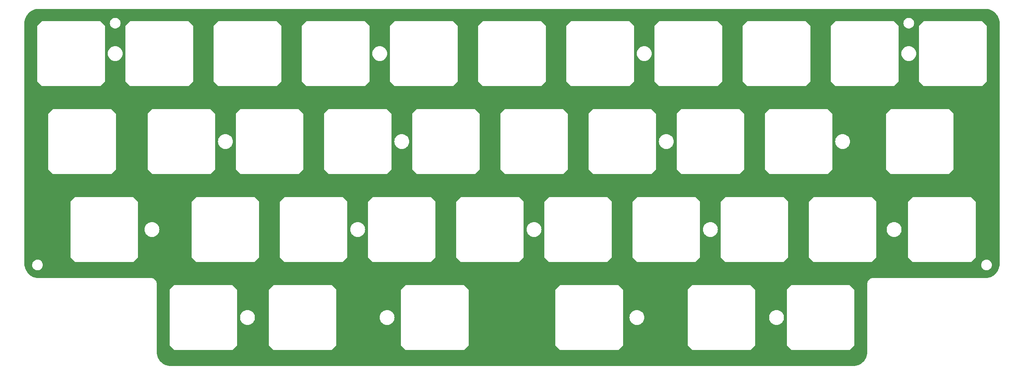
<source format=gbr>
%TF.GenerationSoftware,KiCad,Pcbnew,(7.0.0)*%
%TF.CreationDate,2023-04-11T20:59:27+02:00*%
%TF.ProjectId,travaulta plate topre,74726176-6175-46c7-9461-20706c617465,rev?*%
%TF.SameCoordinates,Original*%
%TF.FileFunction,Copper,L2,Bot*%
%TF.FilePolarity,Positive*%
%FSLAX46Y46*%
G04 Gerber Fmt 4.6, Leading zero omitted, Abs format (unit mm)*
G04 Created by KiCad (PCBNEW (7.0.0)) date 2023-04-11 20:59:27*
%MOMM*%
%LPD*%
G01*
G04 APERTURE LIST*
G04 APERTURE END LIST*
%TA.AperFunction,Conductor*%
%TO.N,GND*%
G36*
X251478300Y-47475671D02*
G01*
X251608167Y-47482477D01*
X251799654Y-47493232D01*
X251812264Y-47494581D01*
X251964380Y-47518674D01*
X251965493Y-47518857D01*
X252131775Y-47547109D01*
X252143251Y-47549616D01*
X252296276Y-47590618D01*
X252298429Y-47591217D01*
X252456103Y-47636642D01*
X252466353Y-47640079D01*
X252615939Y-47697500D01*
X252618871Y-47698670D01*
X252768778Y-47760763D01*
X252777717Y-47764883D01*
X252921345Y-47838065D01*
X252925015Y-47840014D01*
X253066156Y-47918020D01*
X253073807Y-47922611D01*
X253209386Y-48010657D01*
X253213627Y-48013536D01*
X253344691Y-48106531D01*
X253344746Y-48106570D01*
X253351127Y-48111411D01*
X253476920Y-48213276D01*
X253481582Y-48217242D01*
X253601260Y-48324192D01*
X253601282Y-48324212D01*
X253606417Y-48329068D01*
X253720930Y-48443581D01*
X253725786Y-48448716D01*
X253832746Y-48568404D01*
X253836712Y-48573066D01*
X253938610Y-48698899D01*
X253943417Y-48705237D01*
X254036464Y-48836373D01*
X254039342Y-48840612D01*
X254127388Y-48976192D01*
X254131984Y-48983851D01*
X254132008Y-48983894D01*
X254209957Y-49124934D01*
X254211944Y-49128678D01*
X254285099Y-49272250D01*
X254289242Y-49281236D01*
X254351296Y-49431048D01*
X254352518Y-49434112D01*
X254409918Y-49583645D01*
X254413363Y-49593918D01*
X254458765Y-49751512D01*
X254459396Y-49753781D01*
X254500377Y-49906722D01*
X254502890Y-49918228D01*
X254531124Y-50084400D01*
X254531353Y-50085795D01*
X254555415Y-50237715D01*
X254556768Y-50250361D01*
X254567530Y-50441994D01*
X254567555Y-50442465D01*
X254574327Y-50571680D01*
X254574500Y-50578274D01*
X254574500Y-102671706D01*
X254574326Y-102678300D01*
X254571750Y-102727483D01*
X254567546Y-102807695D01*
X254567521Y-102808167D01*
X254556766Y-102999638D01*
X254555413Y-103012282D01*
X254531356Y-103164178D01*
X254531127Y-103165573D01*
X254502890Y-103331767D01*
X254500377Y-103343274D01*
X254459396Y-103496215D01*
X254458765Y-103498484D01*
X254413362Y-103656081D01*
X254409917Y-103666354D01*
X254352516Y-103815889D01*
X254351294Y-103818953D01*
X254289246Y-103968752D01*
X254285104Y-103977737D01*
X254211946Y-104121317D01*
X254209957Y-104125063D01*
X254131989Y-104266134D01*
X254127384Y-104273809D01*
X254039357Y-104409360D01*
X254036445Y-104413648D01*
X253943422Y-104544752D01*
X253938581Y-104551134D01*
X253836729Y-104676911D01*
X253832760Y-104681577D01*
X253725784Y-104801283D01*
X253720928Y-104806418D01*
X253606417Y-104920929D01*
X253601282Y-104925785D01*
X253481586Y-105032752D01*
X253476920Y-105036721D01*
X253351127Y-105138586D01*
X253344745Y-105143427D01*
X253213642Y-105236449D01*
X253209355Y-105239360D01*
X253073819Y-105327379D01*
X253066143Y-105331985D01*
X252925038Y-105409971D01*
X252921291Y-105411960D01*
X252777757Y-105485093D01*
X252768774Y-105489235D01*
X252618911Y-105551311D01*
X252615847Y-105552533D01*
X252466365Y-105609914D01*
X252456091Y-105613359D01*
X252298487Y-105658764D01*
X252296217Y-105659395D01*
X252143265Y-105700378D01*
X252131760Y-105702891D01*
X251965633Y-105731117D01*
X251964238Y-105731346D01*
X251812282Y-105755414D01*
X251799636Y-105756767D01*
X251608101Y-105767523D01*
X251607631Y-105767548D01*
X251478320Y-105774326D01*
X251471725Y-105774499D01*
X227199901Y-105774499D01*
X227199899Y-105774499D01*
X227199897Y-105774500D01*
X227105519Y-105774500D01*
X227100638Y-105775273D01*
X227100626Y-105775274D01*
X226923769Y-105803285D01*
X226923756Y-105803287D01*
X226918882Y-105804060D01*
X226914182Y-105805586D01*
X226914174Y-105805589D01*
X226743880Y-105860921D01*
X226743869Y-105860925D01*
X226739168Y-105862453D01*
X226734760Y-105864698D01*
X226734755Y-105864701D01*
X226575216Y-105945990D01*
X226575211Y-105945992D01*
X226570801Y-105948240D01*
X226566791Y-105951153D01*
X226566790Y-105951154D01*
X226493251Y-106004584D01*
X226417927Y-106059310D01*
X226414429Y-106062807D01*
X226414423Y-106062813D01*
X226287806Y-106189429D01*
X226287799Y-106189436D01*
X226284310Y-106192926D01*
X226281409Y-106196918D01*
X226281402Y-106196927D01*
X226176155Y-106341788D01*
X226176150Y-106341795D01*
X226173241Y-106345800D01*
X226170993Y-106350210D01*
X226170991Y-106350215D01*
X226089701Y-106509754D01*
X226089698Y-106509759D01*
X226087453Y-106514167D01*
X226085925Y-106518867D01*
X226085921Y-106518879D01*
X226030591Y-106689171D01*
X226029061Y-106693881D01*
X226028288Y-106698759D01*
X226028286Y-106698769D01*
X226000274Y-106875627D01*
X226000273Y-106875635D01*
X225999500Y-106880518D01*
X225999500Y-106885471D01*
X225999500Y-121721706D01*
X225999327Y-121728300D01*
X225992546Y-121857695D01*
X225992521Y-121858167D01*
X225981766Y-122049638D01*
X225980413Y-122062282D01*
X225956356Y-122214178D01*
X225956127Y-122215573D01*
X225927890Y-122381767D01*
X225925377Y-122393274D01*
X225884396Y-122546215D01*
X225883765Y-122548484D01*
X225838362Y-122706081D01*
X225834917Y-122716354D01*
X225777516Y-122865889D01*
X225776294Y-122868953D01*
X225714246Y-123018752D01*
X225710104Y-123027737D01*
X225636946Y-123171317D01*
X225634957Y-123175063D01*
X225556989Y-123316134D01*
X225552384Y-123323809D01*
X225464357Y-123459360D01*
X225461445Y-123463648D01*
X225368422Y-123594752D01*
X225363581Y-123601134D01*
X225261729Y-123726911D01*
X225257760Y-123731577D01*
X225150784Y-123851283D01*
X225145928Y-123856418D01*
X225031417Y-123970929D01*
X225026282Y-123975785D01*
X224906586Y-124082752D01*
X224901920Y-124086721D01*
X224776127Y-124188586D01*
X224769745Y-124193427D01*
X224638642Y-124286449D01*
X224634355Y-124289360D01*
X224498819Y-124377379D01*
X224491143Y-124381985D01*
X224350038Y-124459971D01*
X224346291Y-124461960D01*
X224202757Y-124535093D01*
X224193774Y-124539235D01*
X224043911Y-124601311D01*
X224040847Y-124602533D01*
X223891365Y-124659914D01*
X223881091Y-124663359D01*
X223723487Y-124708764D01*
X223721217Y-124709395D01*
X223568265Y-124750378D01*
X223556760Y-124752891D01*
X223390633Y-124781117D01*
X223389238Y-124781346D01*
X223237282Y-124805414D01*
X223224636Y-124806767D01*
X223033101Y-124817523D01*
X223032631Y-124817548D01*
X222903320Y-124824326D01*
X222896725Y-124824499D01*
X75553293Y-124824499D01*
X75546699Y-124824326D01*
X75535665Y-124823747D01*
X75417011Y-124817529D01*
X75416541Y-124817504D01*
X75225381Y-124806769D01*
X75212735Y-124805416D01*
X75060622Y-124781323D01*
X75059227Y-124781094D01*
X74893249Y-124752893D01*
X74881744Y-124750380D01*
X74728712Y-124709375D01*
X74726442Y-124708744D01*
X74568927Y-124663365D01*
X74558654Y-124659920D01*
X74409067Y-124602499D01*
X74406003Y-124601277D01*
X74256260Y-124539252D01*
X74247275Y-124535110D01*
X74103659Y-124461933D01*
X74099914Y-124459945D01*
X73958873Y-124381996D01*
X73951196Y-124377389D01*
X73815578Y-124289317D01*
X73811290Y-124286405D01*
X73680299Y-124193461D01*
X73673918Y-124188621D01*
X73548034Y-124086682D01*
X73543369Y-124082713D01*
X73423745Y-123975811D01*
X73418609Y-123970955D01*
X73304043Y-123856389D01*
X73299187Y-123851254D01*
X73192273Y-123731617D01*
X73188304Y-123726951D01*
X73086387Y-123601094D01*
X73081557Y-123594727D01*
X72988566Y-123463669D01*
X72985676Y-123459412D01*
X72985642Y-123459360D01*
X72897600Y-123323787D01*
X72892998Y-123316116D01*
X72815038Y-123175058D01*
X72813097Y-123171402D01*
X72739881Y-123027709D01*
X72735750Y-123018749D01*
X72673713Y-122868978D01*
X72672503Y-122865942D01*
X72672483Y-122865889D01*
X72615069Y-122716321D01*
X72611633Y-122706075D01*
X72566265Y-122548596D01*
X72565635Y-122546327D01*
X72524617Y-122393250D01*
X72522107Y-122381764D01*
X72493902Y-122215757D01*
X72493676Y-122214381D01*
X72493644Y-122214178D01*
X72469580Y-122062245D01*
X72468230Y-122049632D01*
X72457496Y-121858480D01*
X72450673Y-121728281D01*
X72450500Y-121721687D01*
X72450500Y-120300000D01*
X75249458Y-120300000D01*
X75249576Y-120300283D01*
X75249617Y-120300383D01*
X75249715Y-120300423D01*
X76249575Y-121300282D01*
X76249617Y-121300383D01*
X76249717Y-121300424D01*
X76250000Y-121300542D01*
X76250101Y-121300500D01*
X88849899Y-121300500D01*
X88850000Y-121300542D01*
X88850284Y-121300424D01*
X88850284Y-121300423D01*
X88850383Y-121300383D01*
X88850423Y-121300284D01*
X89850282Y-120300424D01*
X89850383Y-120300383D01*
X89850440Y-120300243D01*
X89850542Y-120300000D01*
X96679458Y-120300000D01*
X96679576Y-120300283D01*
X96679617Y-120300383D01*
X96679715Y-120300423D01*
X97679575Y-121300282D01*
X97679617Y-121300383D01*
X97679717Y-121300424D01*
X97680000Y-121300542D01*
X97680101Y-121300500D01*
X110279899Y-121300500D01*
X110280000Y-121300542D01*
X110280284Y-121300424D01*
X110280284Y-121300423D01*
X110280383Y-121300383D01*
X110280423Y-121300284D01*
X111280282Y-120300424D01*
X111280383Y-120300383D01*
X111280440Y-120300243D01*
X111280542Y-120300000D01*
X125254458Y-120300000D01*
X125254576Y-120300283D01*
X125254617Y-120300383D01*
X125254715Y-120300423D01*
X126254575Y-121300282D01*
X126254617Y-121300383D01*
X126254717Y-121300424D01*
X126255000Y-121300542D01*
X126255101Y-121300500D01*
X138854899Y-121300500D01*
X138855000Y-121300542D01*
X138855284Y-121300424D01*
X138855284Y-121300423D01*
X138855383Y-121300383D01*
X138855423Y-121300284D01*
X139855282Y-120300424D01*
X139855383Y-120300383D01*
X139855440Y-120300243D01*
X139855542Y-120300000D01*
X158591458Y-120300000D01*
X158591576Y-120300283D01*
X158591617Y-120300383D01*
X158591715Y-120300423D01*
X159591575Y-121300282D01*
X159591617Y-121300383D01*
X159591717Y-121300424D01*
X159592000Y-121300542D01*
X159592101Y-121300500D01*
X172191899Y-121300500D01*
X172192000Y-121300542D01*
X172192284Y-121300424D01*
X172192284Y-121300423D01*
X172192383Y-121300383D01*
X172192423Y-121300284D01*
X173192282Y-120300424D01*
X173192383Y-120300383D01*
X173192440Y-120300243D01*
X173192542Y-120300000D01*
X187169458Y-120300000D01*
X187169576Y-120300283D01*
X187169617Y-120300383D01*
X187169715Y-120300423D01*
X188169575Y-121300282D01*
X188169617Y-121300383D01*
X188169717Y-121300424D01*
X188170000Y-121300542D01*
X188170101Y-121300500D01*
X200769899Y-121300500D01*
X200770000Y-121300542D01*
X200770284Y-121300424D01*
X200770284Y-121300423D01*
X200770383Y-121300383D01*
X200770423Y-121300284D01*
X201770282Y-120300424D01*
X201770383Y-120300383D01*
X201770440Y-120300243D01*
X201770542Y-120300000D01*
X208599458Y-120300000D01*
X208599576Y-120300283D01*
X208599617Y-120300383D01*
X208599715Y-120300423D01*
X209599575Y-121300282D01*
X209599617Y-121300383D01*
X209599717Y-121300424D01*
X209600000Y-121300542D01*
X209600101Y-121300500D01*
X222199899Y-121300500D01*
X222200000Y-121300542D01*
X222200284Y-121300424D01*
X222200284Y-121300423D01*
X222200383Y-121300383D01*
X222200423Y-121300284D01*
X223200282Y-120300424D01*
X223200383Y-120300383D01*
X223200440Y-120300243D01*
X223200542Y-120300000D01*
X223200500Y-120299899D01*
X223200500Y-108300101D01*
X223200542Y-108300000D01*
X223200424Y-108299717D01*
X223200383Y-108299617D01*
X223200282Y-108299575D01*
X222200423Y-107299715D01*
X222200383Y-107299617D01*
X222200284Y-107299576D01*
X222200000Y-107299458D01*
X222199899Y-107299500D01*
X209600101Y-107299500D01*
X209600000Y-107299458D01*
X209599756Y-107299559D01*
X209599617Y-107299617D01*
X209599575Y-107299717D01*
X209591155Y-107308136D01*
X209591156Y-107308136D01*
X208608199Y-108291091D01*
X208608196Y-108291094D01*
X208599715Y-108299576D01*
X208599617Y-108299617D01*
X208599576Y-108299715D01*
X208599576Y-108299716D01*
X208599458Y-108300000D01*
X208599500Y-108300101D01*
X208599500Y-120299899D01*
X208599458Y-120300000D01*
X201770542Y-120300000D01*
X201770500Y-120299899D01*
X201770500Y-114300000D01*
X204769551Y-114300000D01*
X204769939Y-114304930D01*
X204788928Y-114546214D01*
X204788929Y-114546222D01*
X204789317Y-114551148D01*
X204790471Y-114555956D01*
X204790472Y-114555960D01*
X204846971Y-114791298D01*
X204846972Y-114791303D01*
X204848127Y-114796111D01*
X204944534Y-115028859D01*
X205076164Y-115243659D01*
X205239776Y-115435224D01*
X205431341Y-115598836D01*
X205646141Y-115730466D01*
X205878889Y-115826873D01*
X206123852Y-115885683D01*
X206312118Y-115900500D01*
X206435413Y-115900500D01*
X206437882Y-115900500D01*
X206626148Y-115885683D01*
X206871111Y-115826873D01*
X207103859Y-115730466D01*
X207318659Y-115598836D01*
X207510224Y-115435224D01*
X207673836Y-115243659D01*
X207805466Y-115028859D01*
X207901873Y-114796111D01*
X207960683Y-114551148D01*
X207980449Y-114300000D01*
X207960683Y-114048852D01*
X207901873Y-113803889D01*
X207805466Y-113571141D01*
X207673836Y-113356341D01*
X207510224Y-113164776D01*
X207318659Y-113001164D01*
X207103859Y-112869534D01*
X206871111Y-112773127D01*
X206866303Y-112771972D01*
X206866298Y-112771971D01*
X206630960Y-112715472D01*
X206630956Y-112715471D01*
X206626148Y-112714317D01*
X206621222Y-112713929D01*
X206621214Y-112713928D01*
X206440338Y-112699693D01*
X206440330Y-112699692D01*
X206437882Y-112699500D01*
X206312118Y-112699500D01*
X206309670Y-112699692D01*
X206309661Y-112699693D01*
X206128785Y-112713928D01*
X206128775Y-112713929D01*
X206123852Y-112714317D01*
X206119045Y-112715471D01*
X206119039Y-112715472D01*
X205883701Y-112771971D01*
X205883692Y-112771973D01*
X205878889Y-112773127D01*
X205874321Y-112775018D01*
X205874315Y-112775021D01*
X205650715Y-112867639D01*
X205650710Y-112867641D01*
X205646141Y-112869534D01*
X205641926Y-112872116D01*
X205641920Y-112872120D01*
X205435558Y-112998579D01*
X205435550Y-112998584D01*
X205431341Y-113001164D01*
X205427580Y-113004375D01*
X205427576Y-113004379D01*
X205243538Y-113161562D01*
X205243531Y-113161568D01*
X205239776Y-113164776D01*
X205236568Y-113168531D01*
X205236562Y-113168538D01*
X205079379Y-113352576D01*
X205079375Y-113352580D01*
X205076164Y-113356341D01*
X205073584Y-113360550D01*
X205073579Y-113360558D01*
X204947120Y-113566920D01*
X204947116Y-113566926D01*
X204944534Y-113571141D01*
X204942641Y-113575710D01*
X204942639Y-113575715D01*
X204850021Y-113799315D01*
X204850018Y-113799321D01*
X204848127Y-113803889D01*
X204846973Y-113808692D01*
X204846971Y-113808701D01*
X204790472Y-114044039D01*
X204789317Y-114048852D01*
X204788929Y-114053775D01*
X204788928Y-114053785D01*
X204769939Y-114295070D01*
X204769551Y-114300000D01*
X201770500Y-114300000D01*
X201770500Y-108300101D01*
X201770542Y-108300000D01*
X201770424Y-108299717D01*
X201770383Y-108299617D01*
X201770282Y-108299575D01*
X200770423Y-107299715D01*
X200770383Y-107299617D01*
X200770284Y-107299576D01*
X200770000Y-107299458D01*
X200769899Y-107299500D01*
X188170101Y-107299500D01*
X188170000Y-107299458D01*
X188169756Y-107299559D01*
X188169617Y-107299617D01*
X188169575Y-107299717D01*
X188161155Y-107308136D01*
X188161156Y-107308136D01*
X187178199Y-108291091D01*
X187178196Y-108291094D01*
X187169715Y-108299576D01*
X187169617Y-108299617D01*
X187169576Y-108299715D01*
X187169576Y-108299716D01*
X187169458Y-108300000D01*
X187169500Y-108300101D01*
X187169500Y-120299899D01*
X187169458Y-120300000D01*
X173192542Y-120300000D01*
X173192500Y-120299899D01*
X173192500Y-114300000D01*
X174607051Y-114300000D01*
X174607439Y-114304930D01*
X174626428Y-114546214D01*
X174626429Y-114546222D01*
X174626817Y-114551148D01*
X174627971Y-114555956D01*
X174627972Y-114555960D01*
X174684471Y-114791298D01*
X174684472Y-114791303D01*
X174685627Y-114796111D01*
X174782034Y-115028859D01*
X174913664Y-115243659D01*
X175077276Y-115435224D01*
X175268841Y-115598836D01*
X175483641Y-115730466D01*
X175716389Y-115826873D01*
X175961352Y-115885683D01*
X176149618Y-115900500D01*
X176272913Y-115900500D01*
X176275382Y-115900500D01*
X176463648Y-115885683D01*
X176708611Y-115826873D01*
X176941359Y-115730466D01*
X177156159Y-115598836D01*
X177347724Y-115435224D01*
X177511336Y-115243659D01*
X177642966Y-115028859D01*
X177739373Y-114796111D01*
X177798183Y-114551148D01*
X177817949Y-114300000D01*
X177798183Y-114048852D01*
X177739373Y-113803889D01*
X177642966Y-113571141D01*
X177511336Y-113356341D01*
X177347724Y-113164776D01*
X177156159Y-113001164D01*
X176941359Y-112869534D01*
X176708611Y-112773127D01*
X176703803Y-112771972D01*
X176703798Y-112771971D01*
X176468460Y-112715472D01*
X176468456Y-112715471D01*
X176463648Y-112714317D01*
X176458722Y-112713929D01*
X176458714Y-112713928D01*
X176277838Y-112699693D01*
X176277830Y-112699692D01*
X176275382Y-112699500D01*
X176149618Y-112699500D01*
X176147170Y-112699692D01*
X176147161Y-112699693D01*
X175966285Y-112713928D01*
X175966275Y-112713929D01*
X175961352Y-112714317D01*
X175956545Y-112715471D01*
X175956539Y-112715472D01*
X175721201Y-112771971D01*
X175721192Y-112771973D01*
X175716389Y-112773127D01*
X175711821Y-112775018D01*
X175711815Y-112775021D01*
X175488215Y-112867639D01*
X175488210Y-112867641D01*
X175483641Y-112869534D01*
X175479426Y-112872116D01*
X175479420Y-112872120D01*
X175273058Y-112998579D01*
X175273050Y-112998584D01*
X175268841Y-113001164D01*
X175265080Y-113004375D01*
X175265076Y-113004379D01*
X175081038Y-113161562D01*
X175081031Y-113161568D01*
X175077276Y-113164776D01*
X175074068Y-113168531D01*
X175074062Y-113168538D01*
X174916879Y-113352576D01*
X174916875Y-113352580D01*
X174913664Y-113356341D01*
X174911084Y-113360550D01*
X174911079Y-113360558D01*
X174784620Y-113566920D01*
X174784616Y-113566926D01*
X174782034Y-113571141D01*
X174780141Y-113575710D01*
X174780139Y-113575715D01*
X174687521Y-113799315D01*
X174687518Y-113799321D01*
X174685627Y-113803889D01*
X174684473Y-113808692D01*
X174684471Y-113808701D01*
X174627972Y-114044039D01*
X174626817Y-114048852D01*
X174626429Y-114053775D01*
X174626428Y-114053785D01*
X174607439Y-114295070D01*
X174607051Y-114300000D01*
X173192500Y-114300000D01*
X173192500Y-108300101D01*
X173192542Y-108300000D01*
X173192424Y-108299717D01*
X173192383Y-108299617D01*
X173192282Y-108299575D01*
X172192423Y-107299715D01*
X172192383Y-107299617D01*
X172192284Y-107299576D01*
X172192000Y-107299458D01*
X172191899Y-107299500D01*
X159592101Y-107299500D01*
X159592000Y-107299458D01*
X159591756Y-107299559D01*
X159591617Y-107299617D01*
X159591575Y-107299717D01*
X159583155Y-107308136D01*
X159583156Y-107308136D01*
X158600199Y-108291091D01*
X158600196Y-108291094D01*
X158591715Y-108299576D01*
X158591617Y-108299617D01*
X158591576Y-108299715D01*
X158591576Y-108299716D01*
X158591458Y-108300000D01*
X158591500Y-108300101D01*
X158591500Y-120299899D01*
X158591458Y-120300000D01*
X139855542Y-120300000D01*
X139855500Y-120299899D01*
X139855500Y-108300101D01*
X139855542Y-108300000D01*
X139855424Y-108299717D01*
X139855383Y-108299617D01*
X139855282Y-108299575D01*
X138855423Y-107299715D01*
X138855383Y-107299617D01*
X138855284Y-107299576D01*
X138855000Y-107299458D01*
X138854899Y-107299500D01*
X126255101Y-107299500D01*
X126255000Y-107299458D01*
X126254756Y-107299559D01*
X126254617Y-107299617D01*
X126254575Y-107299717D01*
X126246155Y-107308136D01*
X126246156Y-107308136D01*
X125263199Y-108291091D01*
X125263196Y-108291094D01*
X125254715Y-108299576D01*
X125254617Y-108299617D01*
X125254576Y-108299715D01*
X125254576Y-108299716D01*
X125254458Y-108300000D01*
X125254500Y-108300101D01*
X125254500Y-120299899D01*
X125254458Y-120300000D01*
X111280542Y-120300000D01*
X111280500Y-120299899D01*
X111280500Y-114300000D01*
X120632051Y-114300000D01*
X120632439Y-114304930D01*
X120651428Y-114546214D01*
X120651429Y-114546222D01*
X120651817Y-114551148D01*
X120652971Y-114555956D01*
X120652972Y-114555960D01*
X120709471Y-114791298D01*
X120709472Y-114791303D01*
X120710627Y-114796111D01*
X120807034Y-115028859D01*
X120938664Y-115243659D01*
X121102276Y-115435224D01*
X121293841Y-115598836D01*
X121508641Y-115730466D01*
X121741389Y-115826873D01*
X121986352Y-115885683D01*
X122174618Y-115900500D01*
X122297913Y-115900500D01*
X122300382Y-115900500D01*
X122488648Y-115885683D01*
X122733611Y-115826873D01*
X122966359Y-115730466D01*
X123181159Y-115598836D01*
X123372724Y-115435224D01*
X123536336Y-115243659D01*
X123667966Y-115028859D01*
X123764373Y-114796111D01*
X123823183Y-114551148D01*
X123842949Y-114300000D01*
X123823183Y-114048852D01*
X123764373Y-113803889D01*
X123667966Y-113571141D01*
X123536336Y-113356341D01*
X123372724Y-113164776D01*
X123181159Y-113001164D01*
X122966359Y-112869534D01*
X122733611Y-112773127D01*
X122728803Y-112771972D01*
X122728798Y-112771971D01*
X122493460Y-112715472D01*
X122493456Y-112715471D01*
X122488648Y-112714317D01*
X122483722Y-112713929D01*
X122483714Y-112713928D01*
X122302838Y-112699693D01*
X122302830Y-112699692D01*
X122300382Y-112699500D01*
X122174618Y-112699500D01*
X122172170Y-112699692D01*
X122172161Y-112699693D01*
X121991285Y-112713928D01*
X121991275Y-112713929D01*
X121986352Y-112714317D01*
X121981545Y-112715471D01*
X121981539Y-112715472D01*
X121746201Y-112771971D01*
X121746192Y-112771973D01*
X121741389Y-112773127D01*
X121736821Y-112775018D01*
X121736815Y-112775021D01*
X121513215Y-112867639D01*
X121513210Y-112867641D01*
X121508641Y-112869534D01*
X121504426Y-112872116D01*
X121504420Y-112872120D01*
X121298058Y-112998579D01*
X121298050Y-112998584D01*
X121293841Y-113001164D01*
X121290080Y-113004375D01*
X121290076Y-113004379D01*
X121106038Y-113161562D01*
X121106031Y-113161568D01*
X121102276Y-113164776D01*
X121099068Y-113168531D01*
X121099062Y-113168538D01*
X120941879Y-113352576D01*
X120941875Y-113352580D01*
X120938664Y-113356341D01*
X120936084Y-113360550D01*
X120936079Y-113360558D01*
X120809620Y-113566920D01*
X120809616Y-113566926D01*
X120807034Y-113571141D01*
X120805141Y-113575710D01*
X120805139Y-113575715D01*
X120712521Y-113799315D01*
X120712518Y-113799321D01*
X120710627Y-113803889D01*
X120709473Y-113808692D01*
X120709471Y-113808701D01*
X120652972Y-114044039D01*
X120651817Y-114048852D01*
X120651429Y-114053775D01*
X120651428Y-114053785D01*
X120632439Y-114295070D01*
X120632051Y-114300000D01*
X111280500Y-114300000D01*
X111280500Y-108300101D01*
X111280542Y-108300000D01*
X111280424Y-108299717D01*
X111280383Y-108299617D01*
X111280282Y-108299575D01*
X110280423Y-107299715D01*
X110280383Y-107299617D01*
X110280284Y-107299576D01*
X110280000Y-107299458D01*
X110279899Y-107299500D01*
X97680101Y-107299500D01*
X97680000Y-107299458D01*
X97679756Y-107299559D01*
X97679617Y-107299617D01*
X97679575Y-107299717D01*
X97671155Y-107308136D01*
X97671156Y-107308136D01*
X96688199Y-108291091D01*
X96688196Y-108291094D01*
X96679715Y-108299576D01*
X96679617Y-108299617D01*
X96679576Y-108299715D01*
X96679576Y-108299716D01*
X96679458Y-108300000D01*
X96679500Y-108300101D01*
X96679500Y-120299899D01*
X96679458Y-120300000D01*
X89850542Y-120300000D01*
X89850500Y-120299899D01*
X89850500Y-114300000D01*
X90469551Y-114300000D01*
X90469939Y-114304930D01*
X90488928Y-114546214D01*
X90488929Y-114546222D01*
X90489317Y-114551148D01*
X90490471Y-114555956D01*
X90490472Y-114555960D01*
X90546971Y-114791298D01*
X90546972Y-114791303D01*
X90548127Y-114796111D01*
X90644534Y-115028859D01*
X90776164Y-115243659D01*
X90939776Y-115435224D01*
X91131341Y-115598836D01*
X91346141Y-115730466D01*
X91578889Y-115826873D01*
X91823852Y-115885683D01*
X92012118Y-115900500D01*
X92135413Y-115900500D01*
X92137882Y-115900500D01*
X92326148Y-115885683D01*
X92571111Y-115826873D01*
X92803859Y-115730466D01*
X93018659Y-115598836D01*
X93210224Y-115435224D01*
X93373836Y-115243659D01*
X93505466Y-115028859D01*
X93601873Y-114796111D01*
X93660683Y-114551148D01*
X93680449Y-114300000D01*
X93660683Y-114048852D01*
X93601873Y-113803889D01*
X93505466Y-113571141D01*
X93373836Y-113356341D01*
X93210224Y-113164776D01*
X93018659Y-113001164D01*
X92803859Y-112869534D01*
X92571111Y-112773127D01*
X92566303Y-112771972D01*
X92566298Y-112771971D01*
X92330960Y-112715472D01*
X92330956Y-112715471D01*
X92326148Y-112714317D01*
X92321222Y-112713929D01*
X92321214Y-112713928D01*
X92140338Y-112699693D01*
X92140330Y-112699692D01*
X92137882Y-112699500D01*
X92012118Y-112699500D01*
X92009670Y-112699692D01*
X92009661Y-112699693D01*
X91828785Y-112713928D01*
X91828775Y-112713929D01*
X91823852Y-112714317D01*
X91819045Y-112715471D01*
X91819039Y-112715472D01*
X91583701Y-112771971D01*
X91583692Y-112771973D01*
X91578889Y-112773127D01*
X91574321Y-112775018D01*
X91574315Y-112775021D01*
X91350715Y-112867639D01*
X91350710Y-112867641D01*
X91346141Y-112869534D01*
X91341926Y-112872116D01*
X91341920Y-112872120D01*
X91135558Y-112998579D01*
X91135550Y-112998584D01*
X91131341Y-113001164D01*
X91127580Y-113004375D01*
X91127576Y-113004379D01*
X90943538Y-113161562D01*
X90943531Y-113161568D01*
X90939776Y-113164776D01*
X90936568Y-113168531D01*
X90936562Y-113168538D01*
X90779379Y-113352576D01*
X90779375Y-113352580D01*
X90776164Y-113356341D01*
X90773584Y-113360550D01*
X90773579Y-113360558D01*
X90647120Y-113566920D01*
X90647116Y-113566926D01*
X90644534Y-113571141D01*
X90642641Y-113575710D01*
X90642639Y-113575715D01*
X90550021Y-113799315D01*
X90550018Y-113799321D01*
X90548127Y-113803889D01*
X90546973Y-113808692D01*
X90546971Y-113808701D01*
X90490472Y-114044039D01*
X90489317Y-114048852D01*
X90488929Y-114053775D01*
X90488928Y-114053785D01*
X90469939Y-114295070D01*
X90469551Y-114300000D01*
X89850500Y-114300000D01*
X89850500Y-108300101D01*
X89850542Y-108300000D01*
X89850424Y-108299717D01*
X89850383Y-108299617D01*
X89850282Y-108299575D01*
X88850423Y-107299715D01*
X88850383Y-107299617D01*
X88850284Y-107299576D01*
X88850000Y-107299458D01*
X88849899Y-107299500D01*
X76250101Y-107299500D01*
X76250000Y-107299458D01*
X76249756Y-107299559D01*
X76249617Y-107299617D01*
X76249575Y-107299717D01*
X76241155Y-107308136D01*
X76241156Y-107308136D01*
X75258199Y-108291091D01*
X75258196Y-108291094D01*
X75249715Y-108299576D01*
X75249617Y-108299617D01*
X75249576Y-108299715D01*
X75249576Y-108299716D01*
X75249458Y-108300000D01*
X75249500Y-108300101D01*
X75249500Y-120299899D01*
X75249458Y-120300000D01*
X72450500Y-120300000D01*
X72450500Y-106975003D01*
X72450500Y-106974999D01*
X72450501Y-106974999D01*
X72450501Y-106880518D01*
X72420940Y-106693881D01*
X72362547Y-106514167D01*
X72276760Y-106345800D01*
X72165690Y-106192926D01*
X72032073Y-106059309D01*
X71879199Y-105948239D01*
X71710832Y-105862452D01*
X71706126Y-105860922D01*
X71706119Y-105860920D01*
X71535825Y-105805588D01*
X71535820Y-105805586D01*
X71531118Y-105804059D01*
X71526240Y-105803286D01*
X71526230Y-105803284D01*
X71349373Y-105775273D01*
X71349362Y-105775272D01*
X71344481Y-105774499D01*
X71339527Y-105774499D01*
X46978293Y-105774499D01*
X46971699Y-105774326D01*
X46960665Y-105773747D01*
X46842011Y-105767529D01*
X46841541Y-105767504D01*
X46650381Y-105756769D01*
X46637735Y-105755416D01*
X46485622Y-105731323D01*
X46484227Y-105731094D01*
X46318249Y-105702893D01*
X46306744Y-105700380D01*
X46153712Y-105659375D01*
X46151442Y-105658744D01*
X45993927Y-105613365D01*
X45983654Y-105609920D01*
X45834067Y-105552499D01*
X45831003Y-105551277D01*
X45681260Y-105489252D01*
X45672275Y-105485110D01*
X45528659Y-105411933D01*
X45524914Y-105409945D01*
X45383873Y-105331996D01*
X45376196Y-105327389D01*
X45240578Y-105239317D01*
X45236290Y-105236405D01*
X45105299Y-105143461D01*
X45098918Y-105138621D01*
X44973034Y-105036682D01*
X44968369Y-105032713D01*
X44848745Y-104925811D01*
X44843609Y-104920955D01*
X44729043Y-104806389D01*
X44724187Y-104801254D01*
X44617273Y-104681617D01*
X44613304Y-104676951D01*
X44511387Y-104551094D01*
X44506557Y-104544727D01*
X44413566Y-104413669D01*
X44410676Y-104409412D01*
X44410642Y-104409360D01*
X44322600Y-104273787D01*
X44317998Y-104266116D01*
X44240038Y-104125058D01*
X44238097Y-104121402D01*
X44164881Y-103977709D01*
X44160750Y-103968749D01*
X44098713Y-103818978D01*
X44097503Y-103815942D01*
X44097483Y-103815889D01*
X44040069Y-103666321D01*
X44036633Y-103656075D01*
X43991265Y-103498596D01*
X43990635Y-103496327D01*
X43949617Y-103343250D01*
X43947107Y-103331764D01*
X43918902Y-103165757D01*
X43918676Y-103164381D01*
X43918644Y-103164178D01*
X43894580Y-103012245D01*
X43893230Y-102999632D01*
X43889544Y-102933999D01*
X45560571Y-102933999D01*
X45580244Y-103146309D01*
X45581836Y-103151907D01*
X45581837Y-103151908D01*
X45585777Y-103165757D01*
X45638595Y-103351388D01*
X45641186Y-103356592D01*
X45641189Y-103356599D01*
X45710765Y-103496327D01*
X45733634Y-103542254D01*
X45737142Y-103546899D01*
X45737145Y-103546904D01*
X45819588Y-103656075D01*
X45862128Y-103712406D01*
X45866430Y-103716328D01*
X45866433Y-103716331D01*
X46015394Y-103852128D01*
X46015398Y-103852131D01*
X46019698Y-103856051D01*
X46200981Y-103968297D01*
X46206411Y-103970400D01*
X46206414Y-103970402D01*
X46278229Y-103998222D01*
X46399802Y-104045320D01*
X46609390Y-104084499D01*
X46816783Y-104084499D01*
X46822610Y-104084499D01*
X47032198Y-104045320D01*
X47231019Y-103968297D01*
X47412302Y-103856051D01*
X47569872Y-103712406D01*
X47698366Y-103542254D01*
X47793405Y-103351388D01*
X47851756Y-103146309D01*
X47871429Y-102933999D01*
X250578946Y-102933999D01*
X250598619Y-103146309D01*
X250600211Y-103151907D01*
X250600212Y-103151908D01*
X250604152Y-103165757D01*
X250656970Y-103351388D01*
X250659561Y-103356592D01*
X250659564Y-103356599D01*
X250729140Y-103496327D01*
X250752009Y-103542254D01*
X250755517Y-103546899D01*
X250755520Y-103546904D01*
X250837963Y-103656075D01*
X250880503Y-103712406D01*
X250884805Y-103716328D01*
X250884808Y-103716331D01*
X251033769Y-103852128D01*
X251033773Y-103852131D01*
X251038073Y-103856051D01*
X251219356Y-103968297D01*
X251224786Y-103970400D01*
X251224789Y-103970402D01*
X251296604Y-103998222D01*
X251418177Y-104045320D01*
X251627765Y-104084499D01*
X251835158Y-104084499D01*
X251840985Y-104084499D01*
X252050573Y-104045320D01*
X252249394Y-103968297D01*
X252430677Y-103856051D01*
X252588247Y-103712406D01*
X252716741Y-103542254D01*
X252811780Y-103351388D01*
X252870131Y-103146309D01*
X252889804Y-102933999D01*
X252870131Y-102721689D01*
X252811780Y-102516610D01*
X252716741Y-102325744D01*
X252659830Y-102250383D01*
X252591759Y-102160243D01*
X252588247Y-102155592D01*
X252583943Y-102151669D01*
X252583941Y-102151666D01*
X252434980Y-102015869D01*
X252434975Y-102015865D01*
X252430677Y-102011947D01*
X252391659Y-101987788D01*
X252254350Y-101902769D01*
X252254344Y-101902766D01*
X252249394Y-101899701D01*
X252243967Y-101897598D01*
X252243960Y-101897595D01*
X252056002Y-101824781D01*
X252056000Y-101824780D01*
X252050573Y-101822678D01*
X252044851Y-101821608D01*
X252044850Y-101821608D01*
X251846710Y-101784569D01*
X251846707Y-101784568D01*
X251840985Y-101783499D01*
X251627765Y-101783499D01*
X251622043Y-101784568D01*
X251622039Y-101784569D01*
X251423899Y-101821608D01*
X251423895Y-101821609D01*
X251418177Y-101822678D01*
X251412752Y-101824779D01*
X251412747Y-101824781D01*
X251224789Y-101897595D01*
X251224777Y-101897600D01*
X251219356Y-101899701D01*
X251214409Y-101902763D01*
X251214399Y-101902769D01*
X251043024Y-102008881D01*
X251043020Y-102008883D01*
X251038073Y-102011947D01*
X251033779Y-102015861D01*
X251033769Y-102015869D01*
X250884808Y-102151666D01*
X250884800Y-102151674D01*
X250880503Y-102155592D01*
X250876994Y-102160238D01*
X250876990Y-102160243D01*
X250755520Y-102321093D01*
X250755514Y-102321102D01*
X250752009Y-102325744D01*
X250749415Y-102330951D01*
X250749412Y-102330958D01*
X250659564Y-102511398D01*
X250659559Y-102511409D01*
X250656970Y-102516610D01*
X250655378Y-102522203D01*
X250655376Y-102522210D01*
X250610964Y-102678300D01*
X250598619Y-102721689D01*
X250598082Y-102727481D01*
X250598082Y-102727483D01*
X250590615Y-102808065D01*
X250578946Y-102933999D01*
X47871429Y-102933999D01*
X47851756Y-102721689D01*
X47793405Y-102516610D01*
X47698366Y-102325744D01*
X47641455Y-102250383D01*
X47573384Y-102160243D01*
X47569872Y-102155592D01*
X47565568Y-102151669D01*
X47565566Y-102151666D01*
X47416605Y-102015869D01*
X47416600Y-102015865D01*
X47412302Y-102011947D01*
X47373284Y-101987788D01*
X47235975Y-101902769D01*
X47235969Y-101902766D01*
X47231019Y-101899701D01*
X47225592Y-101897598D01*
X47225585Y-101897595D01*
X47037627Y-101824781D01*
X47037625Y-101824780D01*
X47032198Y-101822678D01*
X47026476Y-101821608D01*
X47026475Y-101821608D01*
X46828335Y-101784569D01*
X46828332Y-101784568D01*
X46822610Y-101783499D01*
X46609390Y-101783499D01*
X46603668Y-101784568D01*
X46603664Y-101784569D01*
X46405524Y-101821608D01*
X46405520Y-101821609D01*
X46399802Y-101822678D01*
X46394377Y-101824779D01*
X46394372Y-101824781D01*
X46206414Y-101897595D01*
X46206402Y-101897600D01*
X46200981Y-101899701D01*
X46196034Y-101902763D01*
X46196024Y-101902769D01*
X46024649Y-102008881D01*
X46024645Y-102008883D01*
X46019698Y-102011947D01*
X46015404Y-102015861D01*
X46015394Y-102015869D01*
X45866433Y-102151666D01*
X45866425Y-102151674D01*
X45862128Y-102155592D01*
X45858619Y-102160238D01*
X45858615Y-102160243D01*
X45737145Y-102321093D01*
X45737139Y-102321102D01*
X45733634Y-102325744D01*
X45731040Y-102330951D01*
X45731037Y-102330958D01*
X45641189Y-102511398D01*
X45641184Y-102511409D01*
X45638595Y-102516610D01*
X45637003Y-102522203D01*
X45637001Y-102522210D01*
X45592589Y-102678300D01*
X45580244Y-102721689D01*
X45579707Y-102727481D01*
X45579707Y-102727483D01*
X45572240Y-102808065D01*
X45560571Y-102933999D01*
X43889544Y-102933999D01*
X43882496Y-102808480D01*
X43875673Y-102678281D01*
X43875500Y-102671687D01*
X43875500Y-101250000D01*
X53819458Y-101250000D01*
X53819576Y-101250283D01*
X53819617Y-101250383D01*
X53819715Y-101250423D01*
X54819575Y-102250282D01*
X54819617Y-102250383D01*
X54819717Y-102250424D01*
X54820000Y-102250542D01*
X54820101Y-102250500D01*
X67419899Y-102250500D01*
X67420000Y-102250542D01*
X67420284Y-102250424D01*
X67420284Y-102250423D01*
X67420383Y-102250383D01*
X67420423Y-102250284D01*
X68420282Y-101250424D01*
X68420383Y-101250383D01*
X68420440Y-101250243D01*
X68420542Y-101250000D01*
X80011958Y-101250000D01*
X80012076Y-101250283D01*
X80012117Y-101250383D01*
X80012215Y-101250423D01*
X81012075Y-102250282D01*
X81012117Y-102250383D01*
X81012217Y-102250424D01*
X81012500Y-102250542D01*
X81012601Y-102250500D01*
X93612399Y-102250500D01*
X93612500Y-102250542D01*
X93612784Y-102250424D01*
X93612784Y-102250423D01*
X93612883Y-102250383D01*
X93612923Y-102250284D01*
X94612782Y-101250424D01*
X94612883Y-101250383D01*
X94612940Y-101250243D01*
X94613042Y-101250000D01*
X99061958Y-101250000D01*
X99062076Y-101250283D01*
X99062117Y-101250383D01*
X99062215Y-101250423D01*
X100062075Y-102250282D01*
X100062117Y-102250383D01*
X100062217Y-102250424D01*
X100062500Y-102250542D01*
X100062601Y-102250500D01*
X112662399Y-102250500D01*
X112662500Y-102250542D01*
X112662784Y-102250424D01*
X112662784Y-102250423D01*
X112662883Y-102250383D01*
X112662923Y-102250284D01*
X113662782Y-101250424D01*
X113662883Y-101250383D01*
X113662940Y-101250243D01*
X113663042Y-101250000D01*
X118111958Y-101250000D01*
X118112076Y-101250283D01*
X118112117Y-101250383D01*
X118112215Y-101250423D01*
X119112075Y-102250282D01*
X119112117Y-102250383D01*
X119112217Y-102250424D01*
X119112500Y-102250542D01*
X119112601Y-102250500D01*
X131712399Y-102250500D01*
X131712500Y-102250542D01*
X131712784Y-102250424D01*
X131712784Y-102250423D01*
X131712883Y-102250383D01*
X131712923Y-102250284D01*
X132712782Y-101250424D01*
X132712883Y-101250383D01*
X132712940Y-101250243D01*
X132713042Y-101250000D01*
X137161958Y-101250000D01*
X137162076Y-101250283D01*
X137162117Y-101250383D01*
X137162215Y-101250423D01*
X138162075Y-102250282D01*
X138162117Y-102250383D01*
X138162217Y-102250424D01*
X138162500Y-102250542D01*
X138162601Y-102250500D01*
X150762399Y-102250500D01*
X150762500Y-102250542D01*
X150762784Y-102250424D01*
X150762784Y-102250423D01*
X150762883Y-102250383D01*
X150762923Y-102250284D01*
X151762782Y-101250424D01*
X151762883Y-101250383D01*
X151762940Y-101250243D01*
X151763042Y-101250000D01*
X156211958Y-101250000D01*
X156212076Y-101250283D01*
X156212117Y-101250383D01*
X156212215Y-101250423D01*
X157212075Y-102250282D01*
X157212117Y-102250383D01*
X157212217Y-102250424D01*
X157212500Y-102250542D01*
X157212601Y-102250500D01*
X169812399Y-102250500D01*
X169812500Y-102250542D01*
X169812784Y-102250424D01*
X169812784Y-102250423D01*
X169812883Y-102250383D01*
X169812923Y-102250284D01*
X170812782Y-101250424D01*
X170812883Y-101250383D01*
X170812940Y-101250243D01*
X170813042Y-101250000D01*
X175261958Y-101250000D01*
X175262076Y-101250283D01*
X175262117Y-101250383D01*
X175262215Y-101250423D01*
X176262075Y-102250282D01*
X176262117Y-102250383D01*
X176262217Y-102250424D01*
X176262500Y-102250542D01*
X176262601Y-102250500D01*
X188862399Y-102250500D01*
X188862500Y-102250542D01*
X188862784Y-102250424D01*
X188862784Y-102250423D01*
X188862883Y-102250383D01*
X188862923Y-102250284D01*
X189862782Y-101250424D01*
X189862883Y-101250383D01*
X189862940Y-101250243D01*
X189863042Y-101250000D01*
X194311958Y-101250000D01*
X194312076Y-101250283D01*
X194312117Y-101250383D01*
X194312215Y-101250423D01*
X195312075Y-102250282D01*
X195312117Y-102250383D01*
X195312217Y-102250424D01*
X195312500Y-102250542D01*
X195312601Y-102250500D01*
X207912399Y-102250500D01*
X207912500Y-102250542D01*
X207912784Y-102250424D01*
X207912784Y-102250423D01*
X207912883Y-102250383D01*
X207912923Y-102250284D01*
X208912782Y-101250424D01*
X208912883Y-101250383D01*
X208912940Y-101250243D01*
X208913042Y-101250000D01*
X213361958Y-101250000D01*
X213362076Y-101250283D01*
X213362117Y-101250383D01*
X213362215Y-101250423D01*
X214362075Y-102250282D01*
X214362117Y-102250383D01*
X214362217Y-102250424D01*
X214362500Y-102250542D01*
X214362601Y-102250500D01*
X226962399Y-102250500D01*
X226962500Y-102250542D01*
X226962784Y-102250424D01*
X226962784Y-102250423D01*
X226962883Y-102250383D01*
X226962923Y-102250284D01*
X227962782Y-101250424D01*
X227962883Y-101250383D01*
X227962940Y-101250243D01*
X227963042Y-101250000D01*
X234794458Y-101250000D01*
X234794576Y-101250283D01*
X234794617Y-101250383D01*
X234794715Y-101250423D01*
X235794575Y-102250282D01*
X235794617Y-102250383D01*
X235794717Y-102250424D01*
X235795000Y-102250542D01*
X235795101Y-102250500D01*
X248394899Y-102250500D01*
X248395000Y-102250542D01*
X248395284Y-102250424D01*
X248395284Y-102250423D01*
X248395383Y-102250383D01*
X248395423Y-102250284D01*
X249395282Y-101250424D01*
X249395383Y-101250383D01*
X249395440Y-101250243D01*
X249395542Y-101250000D01*
X249395500Y-101249899D01*
X249395500Y-89250101D01*
X249395542Y-89250000D01*
X249395424Y-89249717D01*
X249395383Y-89249617D01*
X249395282Y-89249575D01*
X248395423Y-88249715D01*
X248395383Y-88249617D01*
X248395284Y-88249576D01*
X248395000Y-88249458D01*
X248394899Y-88249500D01*
X235795101Y-88249500D01*
X235795000Y-88249458D01*
X235794756Y-88249559D01*
X235794617Y-88249617D01*
X235794575Y-88249717D01*
X235786155Y-88258136D01*
X235786156Y-88258136D01*
X234803199Y-89241091D01*
X234803196Y-89241094D01*
X234794715Y-89249576D01*
X234794617Y-89249617D01*
X234794576Y-89249715D01*
X234794576Y-89249716D01*
X234794458Y-89250000D01*
X234794500Y-89250101D01*
X234794500Y-101249899D01*
X234794458Y-101250000D01*
X227963042Y-101250000D01*
X227963000Y-101249899D01*
X227963000Y-95250000D01*
X230169551Y-95250000D01*
X230169939Y-95254930D01*
X230188928Y-95496214D01*
X230188929Y-95496222D01*
X230189317Y-95501148D01*
X230190471Y-95505956D01*
X230190472Y-95505960D01*
X230246971Y-95741298D01*
X230246972Y-95741303D01*
X230248127Y-95746111D01*
X230344534Y-95978859D01*
X230476164Y-96193659D01*
X230639776Y-96385224D01*
X230831341Y-96548836D01*
X231046141Y-96680466D01*
X231278889Y-96776873D01*
X231523852Y-96835683D01*
X231712118Y-96850500D01*
X231835413Y-96850500D01*
X231837882Y-96850500D01*
X232026148Y-96835683D01*
X232271111Y-96776873D01*
X232503859Y-96680466D01*
X232718659Y-96548836D01*
X232910224Y-96385224D01*
X233073836Y-96193659D01*
X233205466Y-95978859D01*
X233301873Y-95746111D01*
X233360683Y-95501148D01*
X233380449Y-95250000D01*
X233360683Y-94998852D01*
X233301873Y-94753889D01*
X233205466Y-94521141D01*
X233073836Y-94306341D01*
X232910224Y-94114776D01*
X232718659Y-93951164D01*
X232503859Y-93819534D01*
X232271111Y-93723127D01*
X232266303Y-93721972D01*
X232266298Y-93721971D01*
X232030960Y-93665472D01*
X232030956Y-93665471D01*
X232026148Y-93664317D01*
X232021222Y-93663929D01*
X232021214Y-93663928D01*
X231840338Y-93649693D01*
X231840330Y-93649692D01*
X231837882Y-93649500D01*
X231712118Y-93649500D01*
X231709670Y-93649692D01*
X231709661Y-93649693D01*
X231528785Y-93663928D01*
X231528775Y-93663929D01*
X231523852Y-93664317D01*
X231519045Y-93665471D01*
X231519039Y-93665472D01*
X231283701Y-93721971D01*
X231283692Y-93721973D01*
X231278889Y-93723127D01*
X231274321Y-93725018D01*
X231274315Y-93725021D01*
X231050715Y-93817639D01*
X231050710Y-93817641D01*
X231046141Y-93819534D01*
X231041926Y-93822116D01*
X231041920Y-93822120D01*
X230835558Y-93948579D01*
X230835550Y-93948584D01*
X230831341Y-93951164D01*
X230827580Y-93954375D01*
X230827576Y-93954379D01*
X230643538Y-94111562D01*
X230643531Y-94111568D01*
X230639776Y-94114776D01*
X230636568Y-94118531D01*
X230636562Y-94118538D01*
X230479379Y-94302576D01*
X230479375Y-94302580D01*
X230476164Y-94306341D01*
X230473584Y-94310550D01*
X230473579Y-94310558D01*
X230347120Y-94516920D01*
X230347116Y-94516926D01*
X230344534Y-94521141D01*
X230342641Y-94525710D01*
X230342639Y-94525715D01*
X230250021Y-94749315D01*
X230250018Y-94749321D01*
X230248127Y-94753889D01*
X230246973Y-94758692D01*
X230246971Y-94758701D01*
X230190472Y-94994039D01*
X230189317Y-94998852D01*
X230188929Y-95003775D01*
X230188928Y-95003785D01*
X230169939Y-95245070D01*
X230169551Y-95250000D01*
X227963000Y-95250000D01*
X227963000Y-89250101D01*
X227963042Y-89250000D01*
X227962924Y-89249717D01*
X227962883Y-89249617D01*
X227962782Y-89249575D01*
X226962923Y-88249715D01*
X226962883Y-88249617D01*
X226962784Y-88249576D01*
X226962500Y-88249458D01*
X226962399Y-88249500D01*
X214362601Y-88249500D01*
X214362500Y-88249458D01*
X214362256Y-88249559D01*
X214362117Y-88249617D01*
X214362075Y-88249717D01*
X214353655Y-88258136D01*
X214353656Y-88258136D01*
X213370699Y-89241091D01*
X213370696Y-89241094D01*
X213362215Y-89249576D01*
X213362117Y-89249617D01*
X213362076Y-89249715D01*
X213362076Y-89249716D01*
X213361958Y-89250000D01*
X213362000Y-89250101D01*
X213362000Y-101249899D01*
X213361958Y-101250000D01*
X208913042Y-101250000D01*
X208913000Y-101249899D01*
X208913000Y-89250101D01*
X208913042Y-89250000D01*
X208912924Y-89249717D01*
X208912883Y-89249617D01*
X208912782Y-89249575D01*
X207912923Y-88249715D01*
X207912883Y-88249617D01*
X207912784Y-88249576D01*
X207912500Y-88249458D01*
X207912399Y-88249500D01*
X195312601Y-88249500D01*
X195312500Y-88249458D01*
X195312256Y-88249559D01*
X195312117Y-88249617D01*
X195312075Y-88249717D01*
X195303655Y-88258136D01*
X195303656Y-88258136D01*
X194320699Y-89241091D01*
X194320696Y-89241094D01*
X194312215Y-89249576D01*
X194312117Y-89249617D01*
X194312076Y-89249715D01*
X194312076Y-89249716D01*
X194311958Y-89250000D01*
X194312000Y-89250101D01*
X194312000Y-101249899D01*
X194311958Y-101250000D01*
X189863042Y-101250000D01*
X189863000Y-101249899D01*
X189863000Y-95250000D01*
X190482051Y-95250000D01*
X190482439Y-95254930D01*
X190501428Y-95496214D01*
X190501429Y-95496222D01*
X190501817Y-95501148D01*
X190502971Y-95505956D01*
X190502972Y-95505960D01*
X190559471Y-95741298D01*
X190559472Y-95741303D01*
X190560627Y-95746111D01*
X190657034Y-95978859D01*
X190788664Y-96193659D01*
X190952276Y-96385224D01*
X191143841Y-96548836D01*
X191358641Y-96680466D01*
X191591389Y-96776873D01*
X191836352Y-96835683D01*
X192024618Y-96850500D01*
X192147913Y-96850500D01*
X192150382Y-96850500D01*
X192338648Y-96835683D01*
X192583611Y-96776873D01*
X192816359Y-96680466D01*
X193031159Y-96548836D01*
X193222724Y-96385224D01*
X193386336Y-96193659D01*
X193517966Y-95978859D01*
X193614373Y-95746111D01*
X193673183Y-95501148D01*
X193692949Y-95250000D01*
X193673183Y-94998852D01*
X193614373Y-94753889D01*
X193517966Y-94521141D01*
X193386336Y-94306341D01*
X193222724Y-94114776D01*
X193031159Y-93951164D01*
X192816359Y-93819534D01*
X192583611Y-93723127D01*
X192578803Y-93721972D01*
X192578798Y-93721971D01*
X192343460Y-93665472D01*
X192343456Y-93665471D01*
X192338648Y-93664317D01*
X192333722Y-93663929D01*
X192333714Y-93663928D01*
X192152838Y-93649693D01*
X192152830Y-93649692D01*
X192150382Y-93649500D01*
X192024618Y-93649500D01*
X192022170Y-93649692D01*
X192022161Y-93649693D01*
X191841285Y-93663928D01*
X191841275Y-93663929D01*
X191836352Y-93664317D01*
X191831545Y-93665471D01*
X191831539Y-93665472D01*
X191596201Y-93721971D01*
X191596192Y-93721973D01*
X191591389Y-93723127D01*
X191586821Y-93725018D01*
X191586815Y-93725021D01*
X191363215Y-93817639D01*
X191363210Y-93817641D01*
X191358641Y-93819534D01*
X191354426Y-93822116D01*
X191354420Y-93822120D01*
X191148058Y-93948579D01*
X191148050Y-93948584D01*
X191143841Y-93951164D01*
X191140080Y-93954375D01*
X191140076Y-93954379D01*
X190956038Y-94111562D01*
X190956031Y-94111568D01*
X190952276Y-94114776D01*
X190949068Y-94118531D01*
X190949062Y-94118538D01*
X190791879Y-94302576D01*
X190791875Y-94302580D01*
X190788664Y-94306341D01*
X190786084Y-94310550D01*
X190786079Y-94310558D01*
X190659620Y-94516920D01*
X190659616Y-94516926D01*
X190657034Y-94521141D01*
X190655141Y-94525710D01*
X190655139Y-94525715D01*
X190562521Y-94749315D01*
X190562518Y-94749321D01*
X190560627Y-94753889D01*
X190559473Y-94758692D01*
X190559471Y-94758701D01*
X190502972Y-94994039D01*
X190501817Y-94998852D01*
X190501429Y-95003775D01*
X190501428Y-95003785D01*
X190482439Y-95245070D01*
X190482051Y-95250000D01*
X189863000Y-95250000D01*
X189863000Y-89250101D01*
X189863042Y-89250000D01*
X189862924Y-89249717D01*
X189862883Y-89249617D01*
X189862782Y-89249575D01*
X188862923Y-88249715D01*
X188862883Y-88249617D01*
X188862784Y-88249576D01*
X188862500Y-88249458D01*
X188862399Y-88249500D01*
X176262601Y-88249500D01*
X176262500Y-88249458D01*
X176262256Y-88249559D01*
X176262117Y-88249617D01*
X176262075Y-88249717D01*
X176253655Y-88258136D01*
X176253656Y-88258136D01*
X175270699Y-89241091D01*
X175270696Y-89241094D01*
X175262215Y-89249576D01*
X175262117Y-89249617D01*
X175262076Y-89249715D01*
X175262076Y-89249716D01*
X175261958Y-89250000D01*
X175262000Y-89250101D01*
X175262000Y-101249899D01*
X175261958Y-101250000D01*
X170813042Y-101250000D01*
X170813000Y-101249899D01*
X170813000Y-89250101D01*
X170813042Y-89250000D01*
X170812924Y-89249717D01*
X170812883Y-89249617D01*
X170812782Y-89249575D01*
X169812923Y-88249715D01*
X169812883Y-88249617D01*
X169812784Y-88249576D01*
X169812500Y-88249458D01*
X169812399Y-88249500D01*
X157212601Y-88249500D01*
X157212500Y-88249458D01*
X157212256Y-88249559D01*
X157212117Y-88249617D01*
X157212075Y-88249717D01*
X157203655Y-88258136D01*
X157203656Y-88258136D01*
X156220699Y-89241091D01*
X156220696Y-89241094D01*
X156212215Y-89249576D01*
X156212117Y-89249617D01*
X156212076Y-89249715D01*
X156212076Y-89249716D01*
X156211958Y-89250000D01*
X156212000Y-89250101D01*
X156212000Y-101249899D01*
X156211958Y-101250000D01*
X151763042Y-101250000D01*
X151763000Y-101249899D01*
X151763000Y-95250000D01*
X152382051Y-95250000D01*
X152382439Y-95254930D01*
X152401428Y-95496214D01*
X152401429Y-95496222D01*
X152401817Y-95501148D01*
X152402971Y-95505956D01*
X152402972Y-95505960D01*
X152459471Y-95741298D01*
X152459472Y-95741303D01*
X152460627Y-95746111D01*
X152557034Y-95978859D01*
X152688664Y-96193659D01*
X152852276Y-96385224D01*
X153043841Y-96548836D01*
X153258641Y-96680466D01*
X153491389Y-96776873D01*
X153736352Y-96835683D01*
X153924618Y-96850500D01*
X154047913Y-96850500D01*
X154050382Y-96850500D01*
X154238648Y-96835683D01*
X154483611Y-96776873D01*
X154716359Y-96680466D01*
X154931159Y-96548836D01*
X155122724Y-96385224D01*
X155286336Y-96193659D01*
X155417966Y-95978859D01*
X155514373Y-95746111D01*
X155573183Y-95501148D01*
X155592949Y-95250000D01*
X155573183Y-94998852D01*
X155514373Y-94753889D01*
X155417966Y-94521141D01*
X155286336Y-94306341D01*
X155122724Y-94114776D01*
X154931159Y-93951164D01*
X154716359Y-93819534D01*
X154483611Y-93723127D01*
X154478803Y-93721972D01*
X154478798Y-93721971D01*
X154243460Y-93665472D01*
X154243456Y-93665471D01*
X154238648Y-93664317D01*
X154233722Y-93663929D01*
X154233714Y-93663928D01*
X154052838Y-93649693D01*
X154052830Y-93649692D01*
X154050382Y-93649500D01*
X153924618Y-93649500D01*
X153922170Y-93649692D01*
X153922161Y-93649693D01*
X153741285Y-93663928D01*
X153741275Y-93663929D01*
X153736352Y-93664317D01*
X153731545Y-93665471D01*
X153731539Y-93665472D01*
X153496201Y-93721971D01*
X153496192Y-93721973D01*
X153491389Y-93723127D01*
X153486821Y-93725018D01*
X153486815Y-93725021D01*
X153263215Y-93817639D01*
X153263210Y-93817641D01*
X153258641Y-93819534D01*
X153254426Y-93822116D01*
X153254420Y-93822120D01*
X153048058Y-93948579D01*
X153048050Y-93948584D01*
X153043841Y-93951164D01*
X153040080Y-93954375D01*
X153040076Y-93954379D01*
X152856038Y-94111562D01*
X152856031Y-94111568D01*
X152852276Y-94114776D01*
X152849068Y-94118531D01*
X152849062Y-94118538D01*
X152691879Y-94302576D01*
X152691875Y-94302580D01*
X152688664Y-94306341D01*
X152686084Y-94310550D01*
X152686079Y-94310558D01*
X152559620Y-94516920D01*
X152559616Y-94516926D01*
X152557034Y-94521141D01*
X152555141Y-94525710D01*
X152555139Y-94525715D01*
X152462521Y-94749315D01*
X152462518Y-94749321D01*
X152460627Y-94753889D01*
X152459473Y-94758692D01*
X152459471Y-94758701D01*
X152402972Y-94994039D01*
X152401817Y-94998852D01*
X152401429Y-95003775D01*
X152401428Y-95003785D01*
X152382439Y-95245070D01*
X152382051Y-95250000D01*
X151763000Y-95250000D01*
X151763000Y-89250101D01*
X151763042Y-89250000D01*
X151762924Y-89249717D01*
X151762883Y-89249617D01*
X151762782Y-89249575D01*
X150762923Y-88249715D01*
X150762883Y-88249617D01*
X150762784Y-88249576D01*
X150762500Y-88249458D01*
X150762399Y-88249500D01*
X138162601Y-88249500D01*
X138162500Y-88249458D01*
X138162256Y-88249559D01*
X138162117Y-88249617D01*
X138162075Y-88249717D01*
X138153655Y-88258136D01*
X138153656Y-88258136D01*
X137170699Y-89241091D01*
X137170696Y-89241094D01*
X137162215Y-89249576D01*
X137162117Y-89249617D01*
X137162076Y-89249715D01*
X137162076Y-89249716D01*
X137161958Y-89250000D01*
X137162000Y-89250101D01*
X137162000Y-101249899D01*
X137161958Y-101250000D01*
X132713042Y-101250000D01*
X132713000Y-101249899D01*
X132713000Y-89250101D01*
X132713042Y-89250000D01*
X132712924Y-89249717D01*
X132712883Y-89249617D01*
X132712782Y-89249575D01*
X131712923Y-88249715D01*
X131712883Y-88249617D01*
X131712784Y-88249576D01*
X131712500Y-88249458D01*
X131712399Y-88249500D01*
X119112601Y-88249500D01*
X119112500Y-88249458D01*
X119112256Y-88249559D01*
X119112117Y-88249617D01*
X119112075Y-88249717D01*
X119103655Y-88258136D01*
X119103656Y-88258136D01*
X118120699Y-89241091D01*
X118120696Y-89241094D01*
X118112215Y-89249576D01*
X118112117Y-89249617D01*
X118112076Y-89249715D01*
X118112076Y-89249716D01*
X118111958Y-89250000D01*
X118112000Y-89250101D01*
X118112000Y-101249899D01*
X118111958Y-101250000D01*
X113663042Y-101250000D01*
X113663000Y-101249899D01*
X113663000Y-95250000D01*
X114282051Y-95250000D01*
X114282439Y-95254930D01*
X114301428Y-95496214D01*
X114301429Y-95496222D01*
X114301817Y-95501148D01*
X114302971Y-95505956D01*
X114302972Y-95505960D01*
X114359471Y-95741298D01*
X114359472Y-95741303D01*
X114360627Y-95746111D01*
X114457034Y-95978859D01*
X114588664Y-96193659D01*
X114752276Y-96385224D01*
X114943841Y-96548836D01*
X115158641Y-96680466D01*
X115391389Y-96776873D01*
X115636352Y-96835683D01*
X115824618Y-96850500D01*
X115947913Y-96850500D01*
X115950382Y-96850500D01*
X116138648Y-96835683D01*
X116383611Y-96776873D01*
X116616359Y-96680466D01*
X116831159Y-96548836D01*
X117022724Y-96385224D01*
X117186336Y-96193659D01*
X117317966Y-95978859D01*
X117414373Y-95746111D01*
X117473183Y-95501148D01*
X117492949Y-95250000D01*
X117473183Y-94998852D01*
X117414373Y-94753889D01*
X117317966Y-94521141D01*
X117186336Y-94306341D01*
X117022724Y-94114776D01*
X116831159Y-93951164D01*
X116616359Y-93819534D01*
X116383611Y-93723127D01*
X116378803Y-93721972D01*
X116378798Y-93721971D01*
X116143460Y-93665472D01*
X116143456Y-93665471D01*
X116138648Y-93664317D01*
X116133722Y-93663929D01*
X116133714Y-93663928D01*
X115952838Y-93649693D01*
X115952830Y-93649692D01*
X115950382Y-93649500D01*
X115824618Y-93649500D01*
X115822170Y-93649692D01*
X115822161Y-93649693D01*
X115641285Y-93663928D01*
X115641275Y-93663929D01*
X115636352Y-93664317D01*
X115631545Y-93665471D01*
X115631539Y-93665472D01*
X115396201Y-93721971D01*
X115396192Y-93721973D01*
X115391389Y-93723127D01*
X115386821Y-93725018D01*
X115386815Y-93725021D01*
X115163215Y-93817639D01*
X115163210Y-93817641D01*
X115158641Y-93819534D01*
X115154426Y-93822116D01*
X115154420Y-93822120D01*
X114948058Y-93948579D01*
X114948050Y-93948584D01*
X114943841Y-93951164D01*
X114940080Y-93954375D01*
X114940076Y-93954379D01*
X114756038Y-94111562D01*
X114756031Y-94111568D01*
X114752276Y-94114776D01*
X114749068Y-94118531D01*
X114749062Y-94118538D01*
X114591879Y-94302576D01*
X114591875Y-94302580D01*
X114588664Y-94306341D01*
X114586084Y-94310550D01*
X114586079Y-94310558D01*
X114459620Y-94516920D01*
X114459616Y-94516926D01*
X114457034Y-94521141D01*
X114455141Y-94525710D01*
X114455139Y-94525715D01*
X114362521Y-94749315D01*
X114362518Y-94749321D01*
X114360627Y-94753889D01*
X114359473Y-94758692D01*
X114359471Y-94758701D01*
X114302972Y-94994039D01*
X114301817Y-94998852D01*
X114301429Y-95003775D01*
X114301428Y-95003785D01*
X114282439Y-95245070D01*
X114282051Y-95250000D01*
X113663000Y-95250000D01*
X113663000Y-89250101D01*
X113663042Y-89250000D01*
X113662924Y-89249717D01*
X113662883Y-89249617D01*
X113662782Y-89249575D01*
X112662923Y-88249715D01*
X112662883Y-88249617D01*
X112662784Y-88249576D01*
X112662500Y-88249458D01*
X112662399Y-88249500D01*
X100062601Y-88249500D01*
X100062500Y-88249458D01*
X100062256Y-88249559D01*
X100062117Y-88249617D01*
X100062075Y-88249717D01*
X100053655Y-88258136D01*
X100053656Y-88258136D01*
X99070699Y-89241091D01*
X99070696Y-89241094D01*
X99062215Y-89249576D01*
X99062117Y-89249617D01*
X99062076Y-89249715D01*
X99062076Y-89249716D01*
X99061958Y-89250000D01*
X99062000Y-89250101D01*
X99062000Y-101249899D01*
X99061958Y-101250000D01*
X94613042Y-101250000D01*
X94613000Y-101249899D01*
X94613000Y-89250101D01*
X94613042Y-89250000D01*
X94612924Y-89249717D01*
X94612883Y-89249617D01*
X94612782Y-89249575D01*
X93612923Y-88249715D01*
X93612883Y-88249617D01*
X93612784Y-88249576D01*
X93612500Y-88249458D01*
X93612399Y-88249500D01*
X81012601Y-88249500D01*
X81012500Y-88249458D01*
X81012256Y-88249559D01*
X81012117Y-88249617D01*
X81012075Y-88249717D01*
X81003655Y-88258136D01*
X81003656Y-88258136D01*
X80020699Y-89241091D01*
X80020696Y-89241094D01*
X80012215Y-89249576D01*
X80012117Y-89249617D01*
X80012076Y-89249715D01*
X80012076Y-89249716D01*
X80011958Y-89250000D01*
X80012000Y-89250101D01*
X80012000Y-101249899D01*
X80011958Y-101250000D01*
X68420542Y-101250000D01*
X68420500Y-101249899D01*
X68420500Y-95250000D01*
X69832051Y-95250000D01*
X69832439Y-95254930D01*
X69851428Y-95496214D01*
X69851429Y-95496222D01*
X69851817Y-95501148D01*
X69852971Y-95505956D01*
X69852972Y-95505960D01*
X69909471Y-95741298D01*
X69909472Y-95741303D01*
X69910627Y-95746111D01*
X70007034Y-95978859D01*
X70138664Y-96193659D01*
X70302276Y-96385224D01*
X70493841Y-96548836D01*
X70708641Y-96680466D01*
X70941389Y-96776873D01*
X71186352Y-96835683D01*
X71374618Y-96850500D01*
X71497913Y-96850500D01*
X71500382Y-96850500D01*
X71688648Y-96835683D01*
X71933611Y-96776873D01*
X72166359Y-96680466D01*
X72381159Y-96548836D01*
X72572724Y-96385224D01*
X72736336Y-96193659D01*
X72867966Y-95978859D01*
X72964373Y-95746111D01*
X73023183Y-95501148D01*
X73042949Y-95250000D01*
X73023183Y-94998852D01*
X72964373Y-94753889D01*
X72867966Y-94521141D01*
X72736336Y-94306341D01*
X72572724Y-94114776D01*
X72381159Y-93951164D01*
X72166359Y-93819534D01*
X71933611Y-93723127D01*
X71928803Y-93721972D01*
X71928798Y-93721971D01*
X71693460Y-93665472D01*
X71693456Y-93665471D01*
X71688648Y-93664317D01*
X71683722Y-93663929D01*
X71683714Y-93663928D01*
X71502838Y-93649693D01*
X71502830Y-93649692D01*
X71500382Y-93649500D01*
X71374618Y-93649500D01*
X71372170Y-93649692D01*
X71372161Y-93649693D01*
X71191285Y-93663928D01*
X71191275Y-93663929D01*
X71186352Y-93664317D01*
X71181545Y-93665471D01*
X71181539Y-93665472D01*
X70946201Y-93721971D01*
X70946192Y-93721973D01*
X70941389Y-93723127D01*
X70936821Y-93725018D01*
X70936815Y-93725021D01*
X70713215Y-93817639D01*
X70713210Y-93817641D01*
X70708641Y-93819534D01*
X70704426Y-93822116D01*
X70704420Y-93822120D01*
X70498058Y-93948579D01*
X70498050Y-93948584D01*
X70493841Y-93951164D01*
X70490080Y-93954375D01*
X70490076Y-93954379D01*
X70306038Y-94111562D01*
X70306031Y-94111568D01*
X70302276Y-94114776D01*
X70299068Y-94118531D01*
X70299062Y-94118538D01*
X70141879Y-94302576D01*
X70141875Y-94302580D01*
X70138664Y-94306341D01*
X70136084Y-94310550D01*
X70136079Y-94310558D01*
X70009620Y-94516920D01*
X70009616Y-94516926D01*
X70007034Y-94521141D01*
X70005141Y-94525710D01*
X70005139Y-94525715D01*
X69912521Y-94749315D01*
X69912518Y-94749321D01*
X69910627Y-94753889D01*
X69909473Y-94758692D01*
X69909471Y-94758701D01*
X69852972Y-94994039D01*
X69851817Y-94998852D01*
X69851429Y-95003775D01*
X69851428Y-95003785D01*
X69832439Y-95245070D01*
X69832051Y-95250000D01*
X68420500Y-95250000D01*
X68420500Y-89250101D01*
X68420542Y-89250000D01*
X68420424Y-89249717D01*
X68420383Y-89249617D01*
X68420282Y-89249575D01*
X67420423Y-88249715D01*
X67420383Y-88249617D01*
X67420284Y-88249576D01*
X67420000Y-88249458D01*
X67419899Y-88249500D01*
X54820101Y-88249500D01*
X54820000Y-88249458D01*
X54819756Y-88249559D01*
X54819617Y-88249617D01*
X54819575Y-88249717D01*
X54811155Y-88258136D01*
X54811156Y-88258136D01*
X53828199Y-89241091D01*
X53828196Y-89241094D01*
X53819715Y-89249576D01*
X53819617Y-89249617D01*
X53819576Y-89249715D01*
X53819576Y-89249716D01*
X53819458Y-89250000D01*
X53819500Y-89250101D01*
X53819500Y-101249899D01*
X53819458Y-101250000D01*
X43875500Y-101250000D01*
X43875500Y-82200000D01*
X49057458Y-82200000D01*
X49057576Y-82200283D01*
X49057617Y-82200383D01*
X49057715Y-82200423D01*
X50057575Y-83200282D01*
X50057617Y-83200383D01*
X50057717Y-83200424D01*
X50058000Y-83200542D01*
X50058101Y-83200500D01*
X62657899Y-83200500D01*
X62658000Y-83200542D01*
X62658284Y-83200424D01*
X62658284Y-83200423D01*
X62658383Y-83200383D01*
X62658423Y-83200284D01*
X63658282Y-82200424D01*
X63658383Y-82200383D01*
X63658440Y-82200243D01*
X63658542Y-82200000D01*
X70486958Y-82200000D01*
X70487076Y-82200283D01*
X70487117Y-82200383D01*
X70487215Y-82200423D01*
X71487075Y-83200282D01*
X71487117Y-83200383D01*
X71487217Y-83200424D01*
X71487500Y-83200542D01*
X71487601Y-83200500D01*
X84087399Y-83200500D01*
X84087500Y-83200542D01*
X84087784Y-83200424D01*
X84087784Y-83200423D01*
X84087883Y-83200383D01*
X84087923Y-83200284D01*
X85087782Y-82200424D01*
X85087883Y-82200383D01*
X85087940Y-82200243D01*
X85088042Y-82200000D01*
X89536958Y-82200000D01*
X89537076Y-82200283D01*
X89537117Y-82200383D01*
X89537215Y-82200423D01*
X90537075Y-83200282D01*
X90537117Y-83200383D01*
X90537217Y-83200424D01*
X90537500Y-83200542D01*
X90537601Y-83200500D01*
X103137399Y-83200500D01*
X103137500Y-83200542D01*
X103137784Y-83200424D01*
X103137784Y-83200423D01*
X103137883Y-83200383D01*
X103137923Y-83200284D01*
X104137782Y-82200424D01*
X104137883Y-82200383D01*
X104137940Y-82200243D01*
X104138042Y-82200000D01*
X108586958Y-82200000D01*
X108587076Y-82200283D01*
X108587117Y-82200383D01*
X108587215Y-82200423D01*
X109587075Y-83200282D01*
X109587117Y-83200383D01*
X109587217Y-83200424D01*
X109587500Y-83200542D01*
X109587601Y-83200500D01*
X122187399Y-83200500D01*
X122187500Y-83200542D01*
X122187784Y-83200424D01*
X122187784Y-83200423D01*
X122187883Y-83200383D01*
X122187923Y-83200284D01*
X123187782Y-82200424D01*
X123187883Y-82200383D01*
X123187940Y-82200243D01*
X123188042Y-82200000D01*
X127636958Y-82200000D01*
X127637076Y-82200283D01*
X127637117Y-82200383D01*
X127637215Y-82200423D01*
X128637075Y-83200282D01*
X128637117Y-83200383D01*
X128637217Y-83200424D01*
X128637500Y-83200542D01*
X128637601Y-83200500D01*
X141237399Y-83200500D01*
X141237500Y-83200542D01*
X141237784Y-83200424D01*
X141237784Y-83200423D01*
X141237883Y-83200383D01*
X141237923Y-83200284D01*
X142237782Y-82200424D01*
X142237883Y-82200383D01*
X142237940Y-82200243D01*
X142238042Y-82200000D01*
X146686958Y-82200000D01*
X146687076Y-82200283D01*
X146687117Y-82200383D01*
X146687215Y-82200423D01*
X147687075Y-83200282D01*
X147687117Y-83200383D01*
X147687217Y-83200424D01*
X147687500Y-83200542D01*
X147687601Y-83200500D01*
X160287399Y-83200500D01*
X160287500Y-83200542D01*
X160287784Y-83200424D01*
X160287784Y-83200423D01*
X160287883Y-83200383D01*
X160287923Y-83200284D01*
X161287782Y-82200424D01*
X161287883Y-82200383D01*
X161287940Y-82200243D01*
X161288042Y-82200000D01*
X165736958Y-82200000D01*
X165737076Y-82200283D01*
X165737117Y-82200383D01*
X165737215Y-82200423D01*
X166737075Y-83200282D01*
X166737117Y-83200383D01*
X166737217Y-83200424D01*
X166737500Y-83200542D01*
X166737601Y-83200500D01*
X179337399Y-83200500D01*
X179337500Y-83200542D01*
X179337784Y-83200424D01*
X179337784Y-83200423D01*
X179337883Y-83200383D01*
X179337923Y-83200284D01*
X180337782Y-82200424D01*
X180337883Y-82200383D01*
X180337940Y-82200243D01*
X180338042Y-82200000D01*
X184786958Y-82200000D01*
X184787076Y-82200283D01*
X184787117Y-82200383D01*
X184787215Y-82200423D01*
X185787075Y-83200282D01*
X185787117Y-83200383D01*
X185787217Y-83200424D01*
X185787500Y-83200542D01*
X185787601Y-83200500D01*
X198387399Y-83200500D01*
X198387500Y-83200542D01*
X198387784Y-83200424D01*
X198387784Y-83200423D01*
X198387883Y-83200383D01*
X198387923Y-83200284D01*
X199387782Y-82200424D01*
X199387883Y-82200383D01*
X199387940Y-82200243D01*
X199388042Y-82200000D01*
X203836958Y-82200000D01*
X203837076Y-82200283D01*
X203837117Y-82200383D01*
X203837215Y-82200423D01*
X204837075Y-83200282D01*
X204837117Y-83200383D01*
X204837217Y-83200424D01*
X204837500Y-83200542D01*
X204837601Y-83200500D01*
X217437399Y-83200500D01*
X217437500Y-83200542D01*
X217437784Y-83200424D01*
X217437784Y-83200423D01*
X217437883Y-83200383D01*
X217437923Y-83200284D01*
X218437782Y-82200424D01*
X218437883Y-82200383D01*
X218437940Y-82200243D01*
X218438042Y-82200000D01*
X230029458Y-82200000D01*
X230029576Y-82200283D01*
X230029617Y-82200383D01*
X230029715Y-82200423D01*
X231029575Y-83200282D01*
X231029617Y-83200383D01*
X231029717Y-83200424D01*
X231030000Y-83200542D01*
X231030101Y-83200500D01*
X243629899Y-83200500D01*
X243630000Y-83200542D01*
X243630284Y-83200424D01*
X243630284Y-83200423D01*
X243630383Y-83200383D01*
X243630423Y-83200284D01*
X244630282Y-82200424D01*
X244630383Y-82200383D01*
X244630440Y-82200243D01*
X244630542Y-82200000D01*
X244630500Y-82199899D01*
X244630500Y-70200101D01*
X244630542Y-70200000D01*
X244630424Y-70199717D01*
X244630383Y-70199617D01*
X244630282Y-70199575D01*
X243630423Y-69199715D01*
X243630383Y-69199617D01*
X243630284Y-69199576D01*
X243630000Y-69199458D01*
X243629899Y-69199500D01*
X231030101Y-69199500D01*
X231030000Y-69199458D01*
X231029756Y-69199559D01*
X231029617Y-69199617D01*
X231029575Y-69199717D01*
X231021155Y-69208136D01*
X231021156Y-69208136D01*
X230038199Y-70191091D01*
X230038196Y-70191094D01*
X230029715Y-70199576D01*
X230029617Y-70199617D01*
X230029576Y-70199715D01*
X230029576Y-70199716D01*
X230029458Y-70200000D01*
X230029500Y-70200101D01*
X230029500Y-82199899D01*
X230029458Y-82200000D01*
X218438042Y-82200000D01*
X218438000Y-82199899D01*
X218438000Y-76200000D01*
X219057051Y-76200000D01*
X219057439Y-76204930D01*
X219076428Y-76446214D01*
X219076429Y-76446222D01*
X219076817Y-76451148D01*
X219077971Y-76455956D01*
X219077972Y-76455960D01*
X219134471Y-76691298D01*
X219134472Y-76691303D01*
X219135627Y-76696111D01*
X219232034Y-76928859D01*
X219363664Y-77143659D01*
X219527276Y-77335224D01*
X219718841Y-77498836D01*
X219933641Y-77630466D01*
X220166389Y-77726873D01*
X220411352Y-77785683D01*
X220599618Y-77800500D01*
X220722913Y-77800500D01*
X220725382Y-77800500D01*
X220913648Y-77785683D01*
X221158611Y-77726873D01*
X221391359Y-77630466D01*
X221606159Y-77498836D01*
X221797724Y-77335224D01*
X221961336Y-77143659D01*
X222092966Y-76928859D01*
X222189373Y-76696111D01*
X222248183Y-76451148D01*
X222267949Y-76200000D01*
X222248183Y-75948852D01*
X222189373Y-75703889D01*
X222092966Y-75471141D01*
X221961336Y-75256341D01*
X221797724Y-75064776D01*
X221606159Y-74901164D01*
X221391359Y-74769534D01*
X221158611Y-74673127D01*
X221153803Y-74671972D01*
X221153798Y-74671971D01*
X220918460Y-74615472D01*
X220918456Y-74615471D01*
X220913648Y-74614317D01*
X220908722Y-74613929D01*
X220908714Y-74613928D01*
X220727838Y-74599693D01*
X220727830Y-74599692D01*
X220725382Y-74599500D01*
X220599618Y-74599500D01*
X220597170Y-74599692D01*
X220597161Y-74599693D01*
X220416285Y-74613928D01*
X220416275Y-74613929D01*
X220411352Y-74614317D01*
X220406545Y-74615471D01*
X220406539Y-74615472D01*
X220171201Y-74671971D01*
X220171192Y-74671973D01*
X220166389Y-74673127D01*
X220161821Y-74675018D01*
X220161815Y-74675021D01*
X219938215Y-74767639D01*
X219938210Y-74767641D01*
X219933641Y-74769534D01*
X219929426Y-74772116D01*
X219929420Y-74772120D01*
X219723058Y-74898579D01*
X219723050Y-74898584D01*
X219718841Y-74901164D01*
X219715080Y-74904375D01*
X219715076Y-74904379D01*
X219531038Y-75061562D01*
X219531031Y-75061568D01*
X219527276Y-75064776D01*
X219524068Y-75068531D01*
X219524062Y-75068538D01*
X219366879Y-75252576D01*
X219366875Y-75252580D01*
X219363664Y-75256341D01*
X219361084Y-75260550D01*
X219361079Y-75260558D01*
X219234620Y-75466920D01*
X219234616Y-75466926D01*
X219232034Y-75471141D01*
X219230141Y-75475710D01*
X219230139Y-75475715D01*
X219137521Y-75699315D01*
X219137518Y-75699321D01*
X219135627Y-75703889D01*
X219134473Y-75708692D01*
X219134471Y-75708701D01*
X219077972Y-75944039D01*
X219076817Y-75948852D01*
X219076429Y-75953775D01*
X219076428Y-75953785D01*
X219057439Y-76195070D01*
X219057051Y-76200000D01*
X218438000Y-76200000D01*
X218438000Y-70200101D01*
X218438042Y-70200000D01*
X218437924Y-70199717D01*
X218437883Y-70199617D01*
X218437782Y-70199575D01*
X217437923Y-69199715D01*
X217437883Y-69199617D01*
X217437784Y-69199576D01*
X217437500Y-69199458D01*
X217437399Y-69199500D01*
X204837601Y-69199500D01*
X204837500Y-69199458D01*
X204837256Y-69199559D01*
X204837117Y-69199617D01*
X204837075Y-69199717D01*
X204828655Y-69208136D01*
X204828656Y-69208136D01*
X203845699Y-70191091D01*
X203845696Y-70191094D01*
X203837215Y-70199576D01*
X203837117Y-70199617D01*
X203837076Y-70199715D01*
X203837076Y-70199716D01*
X203836958Y-70200000D01*
X203837000Y-70200101D01*
X203837000Y-82199899D01*
X203836958Y-82200000D01*
X199388042Y-82200000D01*
X199388000Y-82199899D01*
X199388000Y-70200101D01*
X199388042Y-70200000D01*
X199387924Y-70199717D01*
X199387883Y-70199617D01*
X199387782Y-70199575D01*
X198387923Y-69199715D01*
X198387883Y-69199617D01*
X198387784Y-69199576D01*
X198387500Y-69199458D01*
X198387399Y-69199500D01*
X185787601Y-69199500D01*
X185787500Y-69199458D01*
X185787256Y-69199559D01*
X185787117Y-69199617D01*
X185787075Y-69199717D01*
X185778655Y-69208136D01*
X185778656Y-69208136D01*
X184795699Y-70191091D01*
X184795696Y-70191094D01*
X184787215Y-70199576D01*
X184787117Y-70199617D01*
X184787076Y-70199715D01*
X184787076Y-70199716D01*
X184786958Y-70200000D01*
X184787000Y-70200101D01*
X184787000Y-82199899D01*
X184786958Y-82200000D01*
X180338042Y-82200000D01*
X180338000Y-82199899D01*
X180338000Y-76200000D01*
X180957051Y-76200000D01*
X180957439Y-76204930D01*
X180976428Y-76446214D01*
X180976429Y-76446222D01*
X180976817Y-76451148D01*
X180977971Y-76455956D01*
X180977972Y-76455960D01*
X181034471Y-76691298D01*
X181034472Y-76691303D01*
X181035627Y-76696111D01*
X181132034Y-76928859D01*
X181263664Y-77143659D01*
X181427276Y-77335224D01*
X181618841Y-77498836D01*
X181833641Y-77630466D01*
X182066389Y-77726873D01*
X182311352Y-77785683D01*
X182499618Y-77800500D01*
X182622913Y-77800500D01*
X182625382Y-77800500D01*
X182813648Y-77785683D01*
X183058611Y-77726873D01*
X183291359Y-77630466D01*
X183506159Y-77498836D01*
X183697724Y-77335224D01*
X183861336Y-77143659D01*
X183992966Y-76928859D01*
X184089373Y-76696111D01*
X184148183Y-76451148D01*
X184167949Y-76200000D01*
X184148183Y-75948852D01*
X184089373Y-75703889D01*
X183992966Y-75471141D01*
X183861336Y-75256341D01*
X183697724Y-75064776D01*
X183506159Y-74901164D01*
X183291359Y-74769534D01*
X183058611Y-74673127D01*
X183053803Y-74671972D01*
X183053798Y-74671971D01*
X182818460Y-74615472D01*
X182818456Y-74615471D01*
X182813648Y-74614317D01*
X182808722Y-74613929D01*
X182808714Y-74613928D01*
X182627838Y-74599693D01*
X182627830Y-74599692D01*
X182625382Y-74599500D01*
X182499618Y-74599500D01*
X182497170Y-74599692D01*
X182497161Y-74599693D01*
X182316285Y-74613928D01*
X182316275Y-74613929D01*
X182311352Y-74614317D01*
X182306545Y-74615471D01*
X182306539Y-74615472D01*
X182071201Y-74671971D01*
X182071192Y-74671973D01*
X182066389Y-74673127D01*
X182061821Y-74675018D01*
X182061815Y-74675021D01*
X181838215Y-74767639D01*
X181838210Y-74767641D01*
X181833641Y-74769534D01*
X181829426Y-74772116D01*
X181829420Y-74772120D01*
X181623058Y-74898579D01*
X181623050Y-74898584D01*
X181618841Y-74901164D01*
X181615080Y-74904375D01*
X181615076Y-74904379D01*
X181431038Y-75061562D01*
X181431031Y-75061568D01*
X181427276Y-75064776D01*
X181424068Y-75068531D01*
X181424062Y-75068538D01*
X181266879Y-75252576D01*
X181266875Y-75252580D01*
X181263664Y-75256341D01*
X181261084Y-75260550D01*
X181261079Y-75260558D01*
X181134620Y-75466920D01*
X181134616Y-75466926D01*
X181132034Y-75471141D01*
X181130141Y-75475710D01*
X181130139Y-75475715D01*
X181037521Y-75699315D01*
X181037518Y-75699321D01*
X181035627Y-75703889D01*
X181034473Y-75708692D01*
X181034471Y-75708701D01*
X180977972Y-75944039D01*
X180976817Y-75948852D01*
X180976429Y-75953775D01*
X180976428Y-75953785D01*
X180957439Y-76195070D01*
X180957051Y-76200000D01*
X180338000Y-76200000D01*
X180338000Y-70200101D01*
X180338042Y-70200000D01*
X180337924Y-70199717D01*
X180337883Y-70199617D01*
X180337782Y-70199575D01*
X179337923Y-69199715D01*
X179337883Y-69199617D01*
X179337784Y-69199576D01*
X179337500Y-69199458D01*
X179337399Y-69199500D01*
X166737601Y-69199500D01*
X166737500Y-69199458D01*
X166737256Y-69199559D01*
X166737117Y-69199617D01*
X166737075Y-69199717D01*
X166728655Y-69208136D01*
X166728656Y-69208136D01*
X165745699Y-70191091D01*
X165745696Y-70191094D01*
X165737215Y-70199576D01*
X165737117Y-70199617D01*
X165737076Y-70199715D01*
X165737076Y-70199716D01*
X165736958Y-70200000D01*
X165737000Y-70200101D01*
X165737000Y-82199899D01*
X165736958Y-82200000D01*
X161288042Y-82200000D01*
X161288000Y-82199899D01*
X161288000Y-70200101D01*
X161288042Y-70200000D01*
X161287924Y-70199717D01*
X161287883Y-70199617D01*
X161287782Y-70199575D01*
X160287923Y-69199715D01*
X160287883Y-69199617D01*
X160287784Y-69199576D01*
X160287500Y-69199458D01*
X160287399Y-69199500D01*
X147687601Y-69199500D01*
X147687500Y-69199458D01*
X147687256Y-69199559D01*
X147687117Y-69199617D01*
X147687075Y-69199717D01*
X147678655Y-69208136D01*
X147678656Y-69208136D01*
X146695699Y-70191091D01*
X146695696Y-70191094D01*
X146687215Y-70199576D01*
X146687117Y-70199617D01*
X146687076Y-70199715D01*
X146687076Y-70199716D01*
X146686958Y-70200000D01*
X146687000Y-70200101D01*
X146687000Y-82199899D01*
X146686958Y-82200000D01*
X142238042Y-82200000D01*
X142238000Y-82199899D01*
X142238000Y-70200101D01*
X142238042Y-70200000D01*
X142237924Y-70199717D01*
X142237883Y-70199617D01*
X142237782Y-70199575D01*
X141237923Y-69199715D01*
X141237883Y-69199617D01*
X141237784Y-69199576D01*
X141237500Y-69199458D01*
X141237399Y-69199500D01*
X128637601Y-69199500D01*
X128637500Y-69199458D01*
X128637256Y-69199559D01*
X128637117Y-69199617D01*
X128637075Y-69199717D01*
X128628655Y-69208136D01*
X128628656Y-69208136D01*
X127645699Y-70191091D01*
X127645696Y-70191094D01*
X127637215Y-70199576D01*
X127637117Y-70199617D01*
X127637076Y-70199715D01*
X127637076Y-70199716D01*
X127636958Y-70200000D01*
X127637000Y-70200101D01*
X127637000Y-82199899D01*
X127636958Y-82200000D01*
X123188042Y-82200000D01*
X123188000Y-82199899D01*
X123188000Y-76200000D01*
X123807051Y-76200000D01*
X123807439Y-76204930D01*
X123826428Y-76446214D01*
X123826429Y-76446222D01*
X123826817Y-76451148D01*
X123827971Y-76455956D01*
X123827972Y-76455960D01*
X123884471Y-76691298D01*
X123884472Y-76691303D01*
X123885627Y-76696111D01*
X123982034Y-76928859D01*
X124113664Y-77143659D01*
X124277276Y-77335224D01*
X124468841Y-77498836D01*
X124683641Y-77630466D01*
X124916389Y-77726873D01*
X125161352Y-77785683D01*
X125349618Y-77800500D01*
X125472913Y-77800500D01*
X125475382Y-77800500D01*
X125663648Y-77785683D01*
X125908611Y-77726873D01*
X126141359Y-77630466D01*
X126356159Y-77498836D01*
X126547724Y-77335224D01*
X126711336Y-77143659D01*
X126842966Y-76928859D01*
X126939373Y-76696111D01*
X126998183Y-76451148D01*
X127017949Y-76200000D01*
X126998183Y-75948852D01*
X126939373Y-75703889D01*
X126842966Y-75471141D01*
X126711336Y-75256341D01*
X126547724Y-75064776D01*
X126356159Y-74901164D01*
X126141359Y-74769534D01*
X125908611Y-74673127D01*
X125903803Y-74671972D01*
X125903798Y-74671971D01*
X125668460Y-74615472D01*
X125668456Y-74615471D01*
X125663648Y-74614317D01*
X125658722Y-74613929D01*
X125658714Y-74613928D01*
X125477838Y-74599693D01*
X125477830Y-74599692D01*
X125475382Y-74599500D01*
X125349618Y-74599500D01*
X125347170Y-74599692D01*
X125347161Y-74599693D01*
X125166285Y-74613928D01*
X125166275Y-74613929D01*
X125161352Y-74614317D01*
X125156545Y-74615471D01*
X125156539Y-74615472D01*
X124921201Y-74671971D01*
X124921192Y-74671973D01*
X124916389Y-74673127D01*
X124911821Y-74675018D01*
X124911815Y-74675021D01*
X124688215Y-74767639D01*
X124688210Y-74767641D01*
X124683641Y-74769534D01*
X124679426Y-74772116D01*
X124679420Y-74772120D01*
X124473058Y-74898579D01*
X124473050Y-74898584D01*
X124468841Y-74901164D01*
X124465080Y-74904375D01*
X124465076Y-74904379D01*
X124281038Y-75061562D01*
X124281031Y-75061568D01*
X124277276Y-75064776D01*
X124274068Y-75068531D01*
X124274062Y-75068538D01*
X124116879Y-75252576D01*
X124116875Y-75252580D01*
X124113664Y-75256341D01*
X124111084Y-75260550D01*
X124111079Y-75260558D01*
X123984620Y-75466920D01*
X123984616Y-75466926D01*
X123982034Y-75471141D01*
X123980141Y-75475710D01*
X123980139Y-75475715D01*
X123887521Y-75699315D01*
X123887518Y-75699321D01*
X123885627Y-75703889D01*
X123884473Y-75708692D01*
X123884471Y-75708701D01*
X123827972Y-75944039D01*
X123826817Y-75948852D01*
X123826429Y-75953775D01*
X123826428Y-75953785D01*
X123807439Y-76195070D01*
X123807051Y-76200000D01*
X123188000Y-76200000D01*
X123188000Y-70200101D01*
X123188042Y-70200000D01*
X123187924Y-70199717D01*
X123187883Y-70199617D01*
X123187782Y-70199575D01*
X122187923Y-69199715D01*
X122187883Y-69199617D01*
X122187784Y-69199576D01*
X122187500Y-69199458D01*
X122187399Y-69199500D01*
X109587601Y-69199500D01*
X109587500Y-69199458D01*
X109587256Y-69199559D01*
X109587117Y-69199617D01*
X109587075Y-69199717D01*
X109578655Y-69208136D01*
X109578656Y-69208136D01*
X108595699Y-70191091D01*
X108595696Y-70191094D01*
X108587215Y-70199576D01*
X108587117Y-70199617D01*
X108587076Y-70199715D01*
X108587076Y-70199716D01*
X108586958Y-70200000D01*
X108587000Y-70200101D01*
X108587000Y-82199899D01*
X108586958Y-82200000D01*
X104138042Y-82200000D01*
X104138000Y-82199899D01*
X104138000Y-70200101D01*
X104138042Y-70200000D01*
X104137924Y-70199717D01*
X104137883Y-70199617D01*
X104137782Y-70199575D01*
X103137923Y-69199715D01*
X103137883Y-69199617D01*
X103137784Y-69199576D01*
X103137500Y-69199458D01*
X103137399Y-69199500D01*
X90537601Y-69199500D01*
X90537500Y-69199458D01*
X90537256Y-69199559D01*
X90537117Y-69199617D01*
X90537075Y-69199717D01*
X90528655Y-69208136D01*
X90528656Y-69208136D01*
X89545699Y-70191091D01*
X89545696Y-70191094D01*
X89537215Y-70199576D01*
X89537117Y-70199617D01*
X89537076Y-70199715D01*
X89537076Y-70199716D01*
X89536958Y-70200000D01*
X89537000Y-70200101D01*
X89537000Y-82199899D01*
X89536958Y-82200000D01*
X85088042Y-82200000D01*
X85088000Y-82199899D01*
X85088000Y-76200000D01*
X85707051Y-76200000D01*
X85707439Y-76204930D01*
X85726428Y-76446214D01*
X85726429Y-76446222D01*
X85726817Y-76451148D01*
X85727971Y-76455956D01*
X85727972Y-76455960D01*
X85784471Y-76691298D01*
X85784472Y-76691303D01*
X85785627Y-76696111D01*
X85882034Y-76928859D01*
X86013664Y-77143659D01*
X86177276Y-77335224D01*
X86368841Y-77498836D01*
X86583641Y-77630466D01*
X86816389Y-77726873D01*
X87061352Y-77785683D01*
X87249618Y-77800500D01*
X87372913Y-77800500D01*
X87375382Y-77800500D01*
X87563648Y-77785683D01*
X87808611Y-77726873D01*
X88041359Y-77630466D01*
X88256159Y-77498836D01*
X88447724Y-77335224D01*
X88611336Y-77143659D01*
X88742966Y-76928859D01*
X88839373Y-76696111D01*
X88898183Y-76451148D01*
X88917949Y-76200000D01*
X88898183Y-75948852D01*
X88839373Y-75703889D01*
X88742966Y-75471141D01*
X88611336Y-75256341D01*
X88447724Y-75064776D01*
X88256159Y-74901164D01*
X88041359Y-74769534D01*
X87808611Y-74673127D01*
X87803803Y-74671972D01*
X87803798Y-74671971D01*
X87568460Y-74615472D01*
X87568456Y-74615471D01*
X87563648Y-74614317D01*
X87558722Y-74613929D01*
X87558714Y-74613928D01*
X87377838Y-74599693D01*
X87377830Y-74599692D01*
X87375382Y-74599500D01*
X87249618Y-74599500D01*
X87247170Y-74599692D01*
X87247161Y-74599693D01*
X87066285Y-74613928D01*
X87066275Y-74613929D01*
X87061352Y-74614317D01*
X87056545Y-74615471D01*
X87056539Y-74615472D01*
X86821201Y-74671971D01*
X86821192Y-74671973D01*
X86816389Y-74673127D01*
X86811821Y-74675018D01*
X86811815Y-74675021D01*
X86588215Y-74767639D01*
X86588210Y-74767641D01*
X86583641Y-74769534D01*
X86579426Y-74772116D01*
X86579420Y-74772120D01*
X86373058Y-74898579D01*
X86373050Y-74898584D01*
X86368841Y-74901164D01*
X86365080Y-74904375D01*
X86365076Y-74904379D01*
X86181038Y-75061562D01*
X86181031Y-75061568D01*
X86177276Y-75064776D01*
X86174068Y-75068531D01*
X86174062Y-75068538D01*
X86016879Y-75252576D01*
X86016875Y-75252580D01*
X86013664Y-75256341D01*
X86011084Y-75260550D01*
X86011079Y-75260558D01*
X85884620Y-75466920D01*
X85884616Y-75466926D01*
X85882034Y-75471141D01*
X85880141Y-75475710D01*
X85880139Y-75475715D01*
X85787521Y-75699315D01*
X85787518Y-75699321D01*
X85785627Y-75703889D01*
X85784473Y-75708692D01*
X85784471Y-75708701D01*
X85727972Y-75944039D01*
X85726817Y-75948852D01*
X85726429Y-75953775D01*
X85726428Y-75953785D01*
X85707439Y-76195070D01*
X85707051Y-76200000D01*
X85088000Y-76200000D01*
X85088000Y-70200101D01*
X85088042Y-70200000D01*
X85087924Y-70199717D01*
X85087883Y-70199617D01*
X85087782Y-70199575D01*
X84087923Y-69199715D01*
X84087883Y-69199617D01*
X84087784Y-69199576D01*
X84087500Y-69199458D01*
X84087399Y-69199500D01*
X71487601Y-69199500D01*
X71487500Y-69199458D01*
X71487256Y-69199559D01*
X71487117Y-69199617D01*
X71487075Y-69199717D01*
X71478655Y-69208136D01*
X71478656Y-69208136D01*
X70495699Y-70191091D01*
X70495696Y-70191094D01*
X70487215Y-70199576D01*
X70487117Y-70199617D01*
X70487076Y-70199715D01*
X70487076Y-70199716D01*
X70486958Y-70200000D01*
X70487000Y-70200101D01*
X70487000Y-82199899D01*
X70486958Y-82200000D01*
X63658542Y-82200000D01*
X63658500Y-82199899D01*
X63658500Y-70200101D01*
X63658542Y-70200000D01*
X63658424Y-70199717D01*
X63658383Y-70199617D01*
X63658282Y-70199575D01*
X62658423Y-69199715D01*
X62658383Y-69199617D01*
X62658284Y-69199576D01*
X62658000Y-69199458D01*
X62657899Y-69199500D01*
X50058101Y-69199500D01*
X50058000Y-69199458D01*
X50057756Y-69199559D01*
X50057617Y-69199617D01*
X50057575Y-69199717D01*
X50049155Y-69208136D01*
X50049156Y-69208136D01*
X49066199Y-70191091D01*
X49066196Y-70191094D01*
X49057715Y-70199576D01*
X49057617Y-70199617D01*
X49057576Y-70199715D01*
X49057576Y-70199716D01*
X49057458Y-70200000D01*
X49057500Y-70200101D01*
X49057500Y-82199899D01*
X49057458Y-82200000D01*
X43875500Y-82200000D01*
X43875500Y-63150000D01*
X46674458Y-63150000D01*
X46674576Y-63150283D01*
X46674617Y-63150383D01*
X46674715Y-63150423D01*
X47674575Y-64150282D01*
X47674617Y-64150383D01*
X47674717Y-64150424D01*
X47675000Y-64150542D01*
X47675101Y-64150500D01*
X60274899Y-64150500D01*
X60275000Y-64150542D01*
X60275284Y-64150424D01*
X60275284Y-64150423D01*
X60275383Y-64150383D01*
X60275423Y-64150284D01*
X61275282Y-63150424D01*
X61275383Y-63150383D01*
X61275440Y-63150243D01*
X61275542Y-63150000D01*
X65724458Y-63150000D01*
X65724576Y-63150283D01*
X65724617Y-63150383D01*
X65724715Y-63150423D01*
X66724575Y-64150282D01*
X66724617Y-64150383D01*
X66724717Y-64150424D01*
X66725000Y-64150542D01*
X66725101Y-64150500D01*
X79324899Y-64150500D01*
X79325000Y-64150542D01*
X79325284Y-64150424D01*
X79325284Y-64150423D01*
X79325383Y-64150383D01*
X79325423Y-64150284D01*
X80325282Y-63150424D01*
X80325383Y-63150383D01*
X80325440Y-63150243D01*
X80325542Y-63150000D01*
X84774458Y-63150000D01*
X84774576Y-63150283D01*
X84774617Y-63150383D01*
X84774715Y-63150423D01*
X85774575Y-64150282D01*
X85774617Y-64150383D01*
X85774717Y-64150424D01*
X85775000Y-64150542D01*
X85775101Y-64150500D01*
X98374899Y-64150500D01*
X98375000Y-64150542D01*
X98375284Y-64150424D01*
X98375284Y-64150423D01*
X98375383Y-64150383D01*
X98375423Y-64150284D01*
X99375282Y-63150424D01*
X99375383Y-63150383D01*
X99375440Y-63150243D01*
X99375542Y-63150000D01*
X103824458Y-63150000D01*
X103824576Y-63150283D01*
X103824617Y-63150383D01*
X103824715Y-63150423D01*
X104824575Y-64150282D01*
X104824617Y-64150383D01*
X104824717Y-64150424D01*
X104825000Y-64150542D01*
X104825101Y-64150500D01*
X117424899Y-64150500D01*
X117425000Y-64150542D01*
X117425284Y-64150424D01*
X117425284Y-64150423D01*
X117425383Y-64150383D01*
X117425423Y-64150284D01*
X118425282Y-63150424D01*
X118425383Y-63150383D01*
X118425440Y-63150243D01*
X118425542Y-63150000D01*
X122874458Y-63150000D01*
X122874576Y-63150283D01*
X122874617Y-63150383D01*
X122874715Y-63150423D01*
X123874575Y-64150282D01*
X123874617Y-64150383D01*
X123874717Y-64150424D01*
X123875000Y-64150542D01*
X123875101Y-64150500D01*
X136474899Y-64150500D01*
X136475000Y-64150542D01*
X136475284Y-64150424D01*
X136475284Y-64150423D01*
X136475383Y-64150383D01*
X136475423Y-64150284D01*
X137475282Y-63150424D01*
X137475383Y-63150383D01*
X137475440Y-63150243D01*
X137475542Y-63150000D01*
X141924458Y-63150000D01*
X141924576Y-63150283D01*
X141924617Y-63150383D01*
X141924715Y-63150423D01*
X142924575Y-64150282D01*
X142924617Y-64150383D01*
X142924717Y-64150424D01*
X142925000Y-64150542D01*
X142925101Y-64150500D01*
X155524899Y-64150500D01*
X155525000Y-64150542D01*
X155525284Y-64150424D01*
X155525284Y-64150423D01*
X155525383Y-64150383D01*
X155525423Y-64150284D01*
X156525282Y-63150424D01*
X156525383Y-63150383D01*
X156525440Y-63150243D01*
X156525542Y-63150000D01*
X160974458Y-63150000D01*
X160974576Y-63150283D01*
X160974617Y-63150383D01*
X160974715Y-63150423D01*
X161974575Y-64150282D01*
X161974617Y-64150383D01*
X161974717Y-64150424D01*
X161975000Y-64150542D01*
X161975101Y-64150500D01*
X174574899Y-64150500D01*
X174575000Y-64150542D01*
X174575284Y-64150424D01*
X174575284Y-64150423D01*
X174575383Y-64150383D01*
X174575423Y-64150284D01*
X175575282Y-63150424D01*
X175575383Y-63150383D01*
X175575440Y-63150243D01*
X175575542Y-63150000D01*
X180024458Y-63150000D01*
X180024576Y-63150283D01*
X180024617Y-63150383D01*
X180024715Y-63150423D01*
X181024575Y-64150282D01*
X181024617Y-64150383D01*
X181024717Y-64150424D01*
X181025000Y-64150542D01*
X181025101Y-64150500D01*
X193624899Y-64150500D01*
X193625000Y-64150542D01*
X193625284Y-64150424D01*
X193625284Y-64150423D01*
X193625383Y-64150383D01*
X193625423Y-64150284D01*
X194625282Y-63150424D01*
X194625383Y-63150383D01*
X194625440Y-63150243D01*
X194625542Y-63150000D01*
X199074458Y-63150000D01*
X199074576Y-63150283D01*
X199074617Y-63150383D01*
X199074715Y-63150423D01*
X200074575Y-64150282D01*
X200074617Y-64150383D01*
X200074717Y-64150424D01*
X200075000Y-64150542D01*
X200075101Y-64150500D01*
X212674899Y-64150500D01*
X212675000Y-64150542D01*
X212675284Y-64150424D01*
X212675284Y-64150423D01*
X212675383Y-64150383D01*
X212675423Y-64150284D01*
X213675282Y-63150424D01*
X213675383Y-63150383D01*
X213675440Y-63150243D01*
X213675542Y-63150000D01*
X218124458Y-63150000D01*
X218124576Y-63150283D01*
X218124617Y-63150383D01*
X218124715Y-63150423D01*
X219124575Y-64150282D01*
X219124617Y-64150383D01*
X219124717Y-64150424D01*
X219125000Y-64150542D01*
X219125101Y-64150500D01*
X231724899Y-64150500D01*
X231725000Y-64150542D01*
X231725284Y-64150424D01*
X231725284Y-64150423D01*
X231725383Y-64150383D01*
X231725423Y-64150284D01*
X232725282Y-63150424D01*
X232725383Y-63150383D01*
X232725440Y-63150243D01*
X232725542Y-63150000D01*
X237174458Y-63150000D01*
X237174576Y-63150283D01*
X237174617Y-63150383D01*
X237174715Y-63150423D01*
X238174575Y-64150282D01*
X238174617Y-64150383D01*
X238174717Y-64150424D01*
X238175000Y-64150542D01*
X238175101Y-64150500D01*
X250774899Y-64150500D01*
X250775000Y-64150542D01*
X250775284Y-64150424D01*
X250775284Y-64150423D01*
X250775383Y-64150383D01*
X250775423Y-64150284D01*
X251775282Y-63150424D01*
X251775383Y-63150383D01*
X251775440Y-63150243D01*
X251775542Y-63150000D01*
X251775500Y-63149899D01*
X251775500Y-51150101D01*
X251775542Y-51150000D01*
X251775424Y-51149717D01*
X251775383Y-51149617D01*
X251775282Y-51149575D01*
X250775423Y-50149715D01*
X250775383Y-50149617D01*
X250775284Y-50149576D01*
X250775000Y-50149458D01*
X250774899Y-50149500D01*
X238175101Y-50149500D01*
X238175000Y-50149458D01*
X238174756Y-50149559D01*
X238174617Y-50149617D01*
X238174575Y-50149717D01*
X238166155Y-50158136D01*
X238166156Y-50158136D01*
X237183199Y-51141091D01*
X237183196Y-51141094D01*
X237174715Y-51149576D01*
X237174617Y-51149617D01*
X237174576Y-51149715D01*
X237174576Y-51149716D01*
X237174458Y-51150000D01*
X237174500Y-51150101D01*
X237174500Y-63149899D01*
X237174458Y-63150000D01*
X232725542Y-63150000D01*
X232725500Y-63149899D01*
X232725500Y-57150000D01*
X233344551Y-57150000D01*
X233344939Y-57154930D01*
X233363928Y-57396214D01*
X233363929Y-57396222D01*
X233364317Y-57401148D01*
X233365471Y-57405956D01*
X233365472Y-57405960D01*
X233421971Y-57641298D01*
X233421972Y-57641303D01*
X233423127Y-57646111D01*
X233519534Y-57878859D01*
X233651164Y-58093659D01*
X233814776Y-58285224D01*
X234006341Y-58448836D01*
X234221141Y-58580466D01*
X234453889Y-58676873D01*
X234698852Y-58735683D01*
X234887118Y-58750500D01*
X235010413Y-58750500D01*
X235012882Y-58750500D01*
X235201148Y-58735683D01*
X235446111Y-58676873D01*
X235678859Y-58580466D01*
X235893659Y-58448836D01*
X236085224Y-58285224D01*
X236248836Y-58093659D01*
X236380466Y-57878859D01*
X236476873Y-57646111D01*
X236535683Y-57401148D01*
X236555449Y-57150000D01*
X236535683Y-56898852D01*
X236476873Y-56653889D01*
X236380466Y-56421141D01*
X236248836Y-56206341D01*
X236085224Y-56014776D01*
X235893659Y-55851164D01*
X235678859Y-55719534D01*
X235446111Y-55623127D01*
X235441303Y-55621972D01*
X235441298Y-55621971D01*
X235205960Y-55565472D01*
X235205956Y-55565471D01*
X235201148Y-55564317D01*
X235196222Y-55563929D01*
X235196214Y-55563928D01*
X235015338Y-55549693D01*
X235015330Y-55549692D01*
X235012882Y-55549500D01*
X234887118Y-55549500D01*
X234884670Y-55549692D01*
X234884661Y-55549693D01*
X234703785Y-55563928D01*
X234703775Y-55563929D01*
X234698852Y-55564317D01*
X234694045Y-55565471D01*
X234694039Y-55565472D01*
X234458701Y-55621971D01*
X234458692Y-55621973D01*
X234453889Y-55623127D01*
X234449321Y-55625018D01*
X234449315Y-55625021D01*
X234225715Y-55717639D01*
X234225710Y-55717641D01*
X234221141Y-55719534D01*
X234216926Y-55722116D01*
X234216920Y-55722120D01*
X234010558Y-55848579D01*
X234010550Y-55848584D01*
X234006341Y-55851164D01*
X234002580Y-55854375D01*
X234002576Y-55854379D01*
X233818538Y-56011562D01*
X233818531Y-56011568D01*
X233814776Y-56014776D01*
X233811568Y-56018531D01*
X233811562Y-56018538D01*
X233654379Y-56202576D01*
X233654375Y-56202580D01*
X233651164Y-56206341D01*
X233648584Y-56210550D01*
X233648579Y-56210558D01*
X233522120Y-56416920D01*
X233522116Y-56416926D01*
X233519534Y-56421141D01*
X233517641Y-56425710D01*
X233517639Y-56425715D01*
X233425021Y-56649315D01*
X233425018Y-56649321D01*
X233423127Y-56653889D01*
X233421973Y-56658692D01*
X233421971Y-56658701D01*
X233365472Y-56894039D01*
X233364317Y-56898852D01*
X233363929Y-56903775D01*
X233363928Y-56903785D01*
X233344939Y-57145070D01*
X233344551Y-57150000D01*
X232725500Y-57150000D01*
X232725500Y-51150101D01*
X232725542Y-51150000D01*
X232725424Y-51149717D01*
X232725383Y-51149617D01*
X232725282Y-51149575D01*
X232150707Y-50574999D01*
X233794571Y-50574999D01*
X233814244Y-50787309D01*
X233815836Y-50792907D01*
X233815837Y-50792908D01*
X233864719Y-50964709D01*
X233872595Y-50992388D01*
X233875186Y-50997592D01*
X233875189Y-50997599D01*
X233951179Y-51150208D01*
X233967634Y-51183254D01*
X233971142Y-51187899D01*
X233971145Y-51187904D01*
X234080751Y-51333044D01*
X234096128Y-51353406D01*
X234100430Y-51357328D01*
X234100433Y-51357331D01*
X234249394Y-51493128D01*
X234249398Y-51493131D01*
X234253698Y-51497051D01*
X234434981Y-51609297D01*
X234440411Y-51611400D01*
X234440414Y-51611402D01*
X234512229Y-51639222D01*
X234633802Y-51686320D01*
X234843390Y-51725499D01*
X235050783Y-51725499D01*
X235056610Y-51725499D01*
X235266198Y-51686320D01*
X235465019Y-51609297D01*
X235646302Y-51497051D01*
X235803872Y-51353406D01*
X235932366Y-51183254D01*
X236027405Y-50992388D01*
X236085756Y-50787309D01*
X236105429Y-50574999D01*
X236085756Y-50362689D01*
X236027405Y-50157610D01*
X235932366Y-49966744D01*
X235803872Y-49796592D01*
X235799568Y-49792669D01*
X235799566Y-49792666D01*
X235650605Y-49656869D01*
X235650600Y-49656865D01*
X235646302Y-49652947D01*
X235607284Y-49628788D01*
X235469975Y-49543769D01*
X235469969Y-49543766D01*
X235465019Y-49540701D01*
X235459592Y-49538598D01*
X235459585Y-49538595D01*
X235271627Y-49465781D01*
X235271625Y-49465780D01*
X235266198Y-49463678D01*
X235260476Y-49462608D01*
X235260475Y-49462608D01*
X235062335Y-49425569D01*
X235062332Y-49425568D01*
X235056610Y-49424499D01*
X234843390Y-49424499D01*
X234837668Y-49425568D01*
X234837664Y-49425569D01*
X234639524Y-49462608D01*
X234639520Y-49462609D01*
X234633802Y-49463678D01*
X234628377Y-49465779D01*
X234628372Y-49465781D01*
X234440414Y-49538595D01*
X234440402Y-49538600D01*
X234434981Y-49540701D01*
X234430034Y-49543763D01*
X234430024Y-49543769D01*
X234258649Y-49649881D01*
X234258645Y-49649883D01*
X234253698Y-49652947D01*
X234249404Y-49656861D01*
X234249394Y-49656869D01*
X234100433Y-49792666D01*
X234100425Y-49792674D01*
X234096128Y-49796592D01*
X234092619Y-49801238D01*
X234092615Y-49801243D01*
X233971145Y-49962093D01*
X233971139Y-49962102D01*
X233967634Y-49966744D01*
X233965040Y-49971951D01*
X233965037Y-49971958D01*
X233875189Y-50152398D01*
X233875184Y-50152409D01*
X233872595Y-50157610D01*
X233871003Y-50163203D01*
X233871001Y-50163210D01*
X233846019Y-50251013D01*
X233814244Y-50362689D01*
X233794571Y-50574999D01*
X232150707Y-50574999D01*
X231725423Y-50149715D01*
X231725383Y-50149617D01*
X231725284Y-50149576D01*
X231725000Y-50149458D01*
X231724899Y-50149500D01*
X219125101Y-50149500D01*
X219125000Y-50149458D01*
X219124756Y-50149559D01*
X219124617Y-50149617D01*
X219124575Y-50149717D01*
X219116155Y-50158136D01*
X219116156Y-50158136D01*
X218133199Y-51141091D01*
X218133196Y-51141094D01*
X218124715Y-51149576D01*
X218124617Y-51149617D01*
X218124576Y-51149715D01*
X218124576Y-51149716D01*
X218124458Y-51150000D01*
X218124500Y-51150101D01*
X218124500Y-63149899D01*
X218124458Y-63150000D01*
X213675542Y-63150000D01*
X213675500Y-63149899D01*
X213675500Y-51150101D01*
X213675542Y-51150000D01*
X213675424Y-51149717D01*
X213675383Y-51149617D01*
X213675282Y-51149575D01*
X212675423Y-50149715D01*
X212675383Y-50149617D01*
X212675284Y-50149576D01*
X212675000Y-50149458D01*
X212674899Y-50149500D01*
X200075101Y-50149500D01*
X200075000Y-50149458D01*
X200074756Y-50149559D01*
X200074617Y-50149617D01*
X200074575Y-50149717D01*
X200066155Y-50158136D01*
X200066156Y-50158136D01*
X199083199Y-51141091D01*
X199083196Y-51141094D01*
X199074715Y-51149576D01*
X199074617Y-51149617D01*
X199074576Y-51149715D01*
X199074576Y-51149716D01*
X199074458Y-51150000D01*
X199074500Y-51150101D01*
X199074500Y-63149899D01*
X199074458Y-63150000D01*
X194625542Y-63150000D01*
X194625500Y-63149899D01*
X194625500Y-51150101D01*
X194625542Y-51150000D01*
X194625424Y-51149717D01*
X194625383Y-51149617D01*
X194625282Y-51149575D01*
X193625423Y-50149715D01*
X193625383Y-50149617D01*
X193625284Y-50149576D01*
X193625000Y-50149458D01*
X193624899Y-50149500D01*
X181025101Y-50149500D01*
X181025000Y-50149458D01*
X181024756Y-50149559D01*
X181024617Y-50149617D01*
X181024575Y-50149717D01*
X181016155Y-50158136D01*
X181016156Y-50158136D01*
X180033199Y-51141091D01*
X180033196Y-51141094D01*
X180024715Y-51149576D01*
X180024617Y-51149617D01*
X180024576Y-51149715D01*
X180024576Y-51149716D01*
X180024458Y-51150000D01*
X180024500Y-51150101D01*
X180024500Y-63149899D01*
X180024458Y-63150000D01*
X175575542Y-63150000D01*
X175575500Y-63149899D01*
X175575500Y-57150000D01*
X176194551Y-57150000D01*
X176194939Y-57154930D01*
X176213928Y-57396214D01*
X176213929Y-57396222D01*
X176214317Y-57401148D01*
X176215471Y-57405956D01*
X176215472Y-57405960D01*
X176271971Y-57641298D01*
X176271972Y-57641303D01*
X176273127Y-57646111D01*
X176369534Y-57878859D01*
X176501164Y-58093659D01*
X176664776Y-58285224D01*
X176856341Y-58448836D01*
X177071141Y-58580466D01*
X177303889Y-58676873D01*
X177548852Y-58735683D01*
X177737118Y-58750500D01*
X177860413Y-58750500D01*
X177862882Y-58750500D01*
X178051148Y-58735683D01*
X178296111Y-58676873D01*
X178528859Y-58580466D01*
X178743659Y-58448836D01*
X178935224Y-58285224D01*
X179098836Y-58093659D01*
X179230466Y-57878859D01*
X179326873Y-57646111D01*
X179385683Y-57401148D01*
X179405449Y-57150000D01*
X179385683Y-56898852D01*
X179326873Y-56653889D01*
X179230466Y-56421141D01*
X179098836Y-56206341D01*
X178935224Y-56014776D01*
X178743659Y-55851164D01*
X178528859Y-55719534D01*
X178296111Y-55623127D01*
X178291303Y-55621972D01*
X178291298Y-55621971D01*
X178055960Y-55565472D01*
X178055956Y-55565471D01*
X178051148Y-55564317D01*
X178046222Y-55563929D01*
X178046214Y-55563928D01*
X177865338Y-55549693D01*
X177865330Y-55549692D01*
X177862882Y-55549500D01*
X177737118Y-55549500D01*
X177734670Y-55549692D01*
X177734661Y-55549693D01*
X177553785Y-55563928D01*
X177553775Y-55563929D01*
X177548852Y-55564317D01*
X177544045Y-55565471D01*
X177544039Y-55565472D01*
X177308701Y-55621971D01*
X177308692Y-55621973D01*
X177303889Y-55623127D01*
X177299321Y-55625018D01*
X177299315Y-55625021D01*
X177075715Y-55717639D01*
X177075710Y-55717641D01*
X177071141Y-55719534D01*
X177066926Y-55722116D01*
X177066920Y-55722120D01*
X176860558Y-55848579D01*
X176860550Y-55848584D01*
X176856341Y-55851164D01*
X176852580Y-55854375D01*
X176852576Y-55854379D01*
X176668538Y-56011562D01*
X176668531Y-56011568D01*
X176664776Y-56014776D01*
X176661568Y-56018531D01*
X176661562Y-56018538D01*
X176504379Y-56202576D01*
X176504375Y-56202580D01*
X176501164Y-56206341D01*
X176498584Y-56210550D01*
X176498579Y-56210558D01*
X176372120Y-56416920D01*
X176372116Y-56416926D01*
X176369534Y-56421141D01*
X176367641Y-56425710D01*
X176367639Y-56425715D01*
X176275021Y-56649315D01*
X176275018Y-56649321D01*
X176273127Y-56653889D01*
X176271973Y-56658692D01*
X176271971Y-56658701D01*
X176215472Y-56894039D01*
X176214317Y-56898852D01*
X176213929Y-56903775D01*
X176213928Y-56903785D01*
X176194939Y-57145070D01*
X176194551Y-57150000D01*
X175575500Y-57150000D01*
X175575500Y-51150101D01*
X175575542Y-51150000D01*
X175575424Y-51149717D01*
X175575383Y-51149617D01*
X175575282Y-51149575D01*
X174575423Y-50149715D01*
X174575383Y-50149617D01*
X174575284Y-50149576D01*
X174575000Y-50149458D01*
X174574899Y-50149500D01*
X161975101Y-50149500D01*
X161975000Y-50149458D01*
X161974756Y-50149559D01*
X161974617Y-50149617D01*
X161974575Y-50149717D01*
X161966155Y-50158136D01*
X161966156Y-50158136D01*
X160983199Y-51141091D01*
X160983196Y-51141094D01*
X160974715Y-51149576D01*
X160974617Y-51149617D01*
X160974576Y-51149715D01*
X160974576Y-51149716D01*
X160974458Y-51150000D01*
X160974500Y-51150101D01*
X160974500Y-63149899D01*
X160974458Y-63150000D01*
X156525542Y-63150000D01*
X156525500Y-63149899D01*
X156525500Y-51150101D01*
X156525542Y-51150000D01*
X156525424Y-51149717D01*
X156525383Y-51149617D01*
X156525282Y-51149575D01*
X155525423Y-50149715D01*
X155525383Y-50149617D01*
X155525284Y-50149576D01*
X155525000Y-50149458D01*
X155524899Y-50149500D01*
X142925101Y-50149500D01*
X142925000Y-50149458D01*
X142924756Y-50149559D01*
X142924617Y-50149617D01*
X142924575Y-50149717D01*
X142916155Y-50158136D01*
X142916156Y-50158136D01*
X141933199Y-51141091D01*
X141933196Y-51141094D01*
X141924715Y-51149576D01*
X141924617Y-51149617D01*
X141924576Y-51149715D01*
X141924576Y-51149716D01*
X141924458Y-51150000D01*
X141924500Y-51150101D01*
X141924500Y-63149899D01*
X141924458Y-63150000D01*
X137475542Y-63150000D01*
X137475500Y-63149899D01*
X137475500Y-51150101D01*
X137475542Y-51150000D01*
X137475424Y-51149717D01*
X137475383Y-51149617D01*
X137475282Y-51149575D01*
X136475423Y-50149715D01*
X136475383Y-50149617D01*
X136475284Y-50149576D01*
X136475000Y-50149458D01*
X136474899Y-50149500D01*
X123875101Y-50149500D01*
X123875000Y-50149458D01*
X123874756Y-50149559D01*
X123874617Y-50149617D01*
X123874575Y-50149717D01*
X123866155Y-50158136D01*
X123866156Y-50158136D01*
X122883199Y-51141091D01*
X122883196Y-51141094D01*
X122874715Y-51149576D01*
X122874617Y-51149617D01*
X122874576Y-51149715D01*
X122874576Y-51149716D01*
X122874458Y-51150000D01*
X122874500Y-51150101D01*
X122874500Y-63149899D01*
X122874458Y-63150000D01*
X118425542Y-63150000D01*
X118425500Y-63149899D01*
X118425500Y-57150000D01*
X119044551Y-57150000D01*
X119044939Y-57154930D01*
X119063928Y-57396214D01*
X119063929Y-57396222D01*
X119064317Y-57401148D01*
X119065471Y-57405956D01*
X119065472Y-57405960D01*
X119121971Y-57641298D01*
X119121972Y-57641303D01*
X119123127Y-57646111D01*
X119219534Y-57878859D01*
X119351164Y-58093659D01*
X119514776Y-58285224D01*
X119706341Y-58448836D01*
X119921141Y-58580466D01*
X120153889Y-58676873D01*
X120398852Y-58735683D01*
X120587118Y-58750500D01*
X120710413Y-58750500D01*
X120712882Y-58750500D01*
X120901148Y-58735683D01*
X121146111Y-58676873D01*
X121378859Y-58580466D01*
X121593659Y-58448836D01*
X121785224Y-58285224D01*
X121948836Y-58093659D01*
X122080466Y-57878859D01*
X122176873Y-57646111D01*
X122235683Y-57401148D01*
X122255449Y-57150000D01*
X122235683Y-56898852D01*
X122176873Y-56653889D01*
X122080466Y-56421141D01*
X121948836Y-56206341D01*
X121785224Y-56014776D01*
X121593659Y-55851164D01*
X121378859Y-55719534D01*
X121146111Y-55623127D01*
X121141303Y-55621972D01*
X121141298Y-55621971D01*
X120905960Y-55565472D01*
X120905956Y-55565471D01*
X120901148Y-55564317D01*
X120896222Y-55563929D01*
X120896214Y-55563928D01*
X120715338Y-55549693D01*
X120715330Y-55549692D01*
X120712882Y-55549500D01*
X120587118Y-55549500D01*
X120584670Y-55549692D01*
X120584661Y-55549693D01*
X120403785Y-55563928D01*
X120403775Y-55563929D01*
X120398852Y-55564317D01*
X120394045Y-55565471D01*
X120394039Y-55565472D01*
X120158701Y-55621971D01*
X120158692Y-55621973D01*
X120153889Y-55623127D01*
X120149321Y-55625018D01*
X120149315Y-55625021D01*
X119925715Y-55717639D01*
X119925710Y-55717641D01*
X119921141Y-55719534D01*
X119916926Y-55722116D01*
X119916920Y-55722120D01*
X119710558Y-55848579D01*
X119710550Y-55848584D01*
X119706341Y-55851164D01*
X119702580Y-55854375D01*
X119702576Y-55854379D01*
X119518538Y-56011562D01*
X119518531Y-56011568D01*
X119514776Y-56014776D01*
X119511568Y-56018531D01*
X119511562Y-56018538D01*
X119354379Y-56202576D01*
X119354375Y-56202580D01*
X119351164Y-56206341D01*
X119348584Y-56210550D01*
X119348579Y-56210558D01*
X119222120Y-56416920D01*
X119222116Y-56416926D01*
X119219534Y-56421141D01*
X119217641Y-56425710D01*
X119217639Y-56425715D01*
X119125021Y-56649315D01*
X119125018Y-56649321D01*
X119123127Y-56653889D01*
X119121973Y-56658692D01*
X119121971Y-56658701D01*
X119065472Y-56894039D01*
X119064317Y-56898852D01*
X119063929Y-56903775D01*
X119063928Y-56903785D01*
X119044939Y-57145070D01*
X119044551Y-57150000D01*
X118425500Y-57150000D01*
X118425500Y-51150101D01*
X118425542Y-51150000D01*
X118425424Y-51149717D01*
X118425383Y-51149617D01*
X118425282Y-51149575D01*
X117425423Y-50149715D01*
X117425383Y-50149617D01*
X117425284Y-50149576D01*
X117425000Y-50149458D01*
X117424899Y-50149500D01*
X104825101Y-50149500D01*
X104825000Y-50149458D01*
X104824756Y-50149559D01*
X104824617Y-50149617D01*
X104824575Y-50149717D01*
X104816155Y-50158136D01*
X104816156Y-50158136D01*
X103833199Y-51141091D01*
X103833196Y-51141094D01*
X103824715Y-51149576D01*
X103824617Y-51149617D01*
X103824576Y-51149715D01*
X103824576Y-51149716D01*
X103824458Y-51150000D01*
X103824500Y-51150101D01*
X103824500Y-63149899D01*
X103824458Y-63150000D01*
X99375542Y-63150000D01*
X99375500Y-63149899D01*
X99375500Y-51150101D01*
X99375542Y-51150000D01*
X99375424Y-51149717D01*
X99375383Y-51149617D01*
X99375282Y-51149575D01*
X98375423Y-50149715D01*
X98375383Y-50149617D01*
X98375284Y-50149576D01*
X98375000Y-50149458D01*
X98374899Y-50149500D01*
X85775101Y-50149500D01*
X85775000Y-50149458D01*
X85774756Y-50149559D01*
X85774617Y-50149617D01*
X85774575Y-50149717D01*
X85766155Y-50158136D01*
X85766156Y-50158136D01*
X84783199Y-51141091D01*
X84783196Y-51141094D01*
X84774715Y-51149576D01*
X84774617Y-51149617D01*
X84774576Y-51149715D01*
X84774576Y-51149716D01*
X84774458Y-51150000D01*
X84774500Y-51150101D01*
X84774500Y-63149899D01*
X84774458Y-63150000D01*
X80325542Y-63150000D01*
X80325500Y-63149899D01*
X80325500Y-51150101D01*
X80325542Y-51150000D01*
X80325424Y-51149717D01*
X80325383Y-51149617D01*
X80325282Y-51149575D01*
X79325423Y-50149715D01*
X79325383Y-50149617D01*
X79325284Y-50149576D01*
X79325000Y-50149458D01*
X79324899Y-50149500D01*
X66725101Y-50149500D01*
X66725000Y-50149458D01*
X66724756Y-50149559D01*
X66724617Y-50149617D01*
X66724575Y-50149717D01*
X66716155Y-50158136D01*
X66716156Y-50158136D01*
X65733199Y-51141091D01*
X65733196Y-51141094D01*
X65724715Y-51149576D01*
X65724617Y-51149617D01*
X65724576Y-51149715D01*
X65724576Y-51149716D01*
X65724458Y-51150000D01*
X65724500Y-51150101D01*
X65724500Y-63149899D01*
X65724458Y-63150000D01*
X61275542Y-63150000D01*
X61275500Y-63149899D01*
X61275500Y-57150000D01*
X61894551Y-57150000D01*
X61894939Y-57154930D01*
X61913928Y-57396214D01*
X61913929Y-57396222D01*
X61914317Y-57401148D01*
X61915471Y-57405956D01*
X61915472Y-57405960D01*
X61971971Y-57641298D01*
X61971972Y-57641303D01*
X61973127Y-57646111D01*
X62069534Y-57878859D01*
X62201164Y-58093659D01*
X62364776Y-58285224D01*
X62556341Y-58448836D01*
X62771141Y-58580466D01*
X63003889Y-58676873D01*
X63248852Y-58735683D01*
X63437118Y-58750500D01*
X63560413Y-58750500D01*
X63562882Y-58750500D01*
X63751148Y-58735683D01*
X63996111Y-58676873D01*
X64228859Y-58580466D01*
X64443659Y-58448836D01*
X64635224Y-58285224D01*
X64798836Y-58093659D01*
X64930466Y-57878859D01*
X65026873Y-57646111D01*
X65085683Y-57401148D01*
X65105449Y-57150000D01*
X65085683Y-56898852D01*
X65026873Y-56653889D01*
X64930466Y-56421141D01*
X64798836Y-56206341D01*
X64635224Y-56014776D01*
X64443659Y-55851164D01*
X64228859Y-55719534D01*
X63996111Y-55623127D01*
X63991303Y-55621972D01*
X63991298Y-55621971D01*
X63755960Y-55565472D01*
X63755956Y-55565471D01*
X63751148Y-55564317D01*
X63746222Y-55563929D01*
X63746214Y-55563928D01*
X63565338Y-55549693D01*
X63565330Y-55549692D01*
X63562882Y-55549500D01*
X63437118Y-55549500D01*
X63434670Y-55549692D01*
X63434661Y-55549693D01*
X63253785Y-55563928D01*
X63253775Y-55563929D01*
X63248852Y-55564317D01*
X63244045Y-55565471D01*
X63244039Y-55565472D01*
X63008701Y-55621971D01*
X63008692Y-55621973D01*
X63003889Y-55623127D01*
X62999321Y-55625018D01*
X62999315Y-55625021D01*
X62775715Y-55717639D01*
X62775710Y-55717641D01*
X62771141Y-55719534D01*
X62766926Y-55722116D01*
X62766920Y-55722120D01*
X62560558Y-55848579D01*
X62560550Y-55848584D01*
X62556341Y-55851164D01*
X62552580Y-55854375D01*
X62552576Y-55854379D01*
X62368538Y-56011562D01*
X62368531Y-56011568D01*
X62364776Y-56014776D01*
X62361568Y-56018531D01*
X62361562Y-56018538D01*
X62204379Y-56202576D01*
X62204375Y-56202580D01*
X62201164Y-56206341D01*
X62198584Y-56210550D01*
X62198579Y-56210558D01*
X62072120Y-56416920D01*
X62072116Y-56416926D01*
X62069534Y-56421141D01*
X62067641Y-56425710D01*
X62067639Y-56425715D01*
X61975021Y-56649315D01*
X61975018Y-56649321D01*
X61973127Y-56653889D01*
X61971973Y-56658692D01*
X61971971Y-56658701D01*
X61915472Y-56894039D01*
X61914317Y-56898852D01*
X61913929Y-56903775D01*
X61913928Y-56903785D01*
X61894939Y-57145070D01*
X61894551Y-57150000D01*
X61275500Y-57150000D01*
X61275500Y-51150101D01*
X61275542Y-51150000D01*
X61275424Y-51149717D01*
X61275383Y-51149617D01*
X61275282Y-51149575D01*
X61120155Y-50994448D01*
X61098107Y-50964709D01*
X61085654Y-50929844D01*
X61085409Y-50928609D01*
X61084201Y-50928370D01*
X61080364Y-50927000D01*
X61086459Y-50927000D01*
X61086617Y-50927383D01*
X61086901Y-50927500D01*
X61087099Y-50927500D01*
X61087383Y-50927383D01*
X61087541Y-50927000D01*
X61087383Y-50926617D01*
X61087099Y-50926500D01*
X61086901Y-50926500D01*
X61086617Y-50926617D01*
X61086459Y-50927000D01*
X61080364Y-50927000D01*
X61049322Y-50915918D01*
X61019573Y-50893866D01*
X60700706Y-50574999D01*
X62344571Y-50574999D01*
X62364244Y-50787309D01*
X62365836Y-50792907D01*
X62365837Y-50792908D01*
X62414719Y-50964709D01*
X62422595Y-50992388D01*
X62425186Y-50997592D01*
X62425189Y-50997599D01*
X62501179Y-51150208D01*
X62517634Y-51183254D01*
X62521142Y-51187899D01*
X62521145Y-51187904D01*
X62630751Y-51333044D01*
X62646128Y-51353406D01*
X62650430Y-51357328D01*
X62650433Y-51357331D01*
X62799394Y-51493128D01*
X62799398Y-51493131D01*
X62803698Y-51497051D01*
X62984981Y-51609297D01*
X62990411Y-51611400D01*
X62990414Y-51611402D01*
X63062229Y-51639222D01*
X63183802Y-51686320D01*
X63393390Y-51725499D01*
X63600783Y-51725499D01*
X63606610Y-51725499D01*
X63816198Y-51686320D01*
X64015019Y-51609297D01*
X64196302Y-51497051D01*
X64353872Y-51353406D01*
X64482366Y-51183254D01*
X64577405Y-50992388D01*
X64635756Y-50787309D01*
X64655429Y-50574999D01*
X64635756Y-50362689D01*
X64577405Y-50157610D01*
X64482366Y-49966744D01*
X64353872Y-49796592D01*
X64349568Y-49792669D01*
X64349566Y-49792666D01*
X64200605Y-49656869D01*
X64200600Y-49656865D01*
X64196302Y-49652947D01*
X64157284Y-49628788D01*
X64019975Y-49543769D01*
X64019969Y-49543766D01*
X64015019Y-49540701D01*
X64009592Y-49538598D01*
X64009585Y-49538595D01*
X63821627Y-49465781D01*
X63821625Y-49465780D01*
X63816198Y-49463678D01*
X63810476Y-49462608D01*
X63810475Y-49462608D01*
X63612335Y-49425569D01*
X63612332Y-49425568D01*
X63606610Y-49424499D01*
X63393390Y-49424499D01*
X63387668Y-49425568D01*
X63387664Y-49425569D01*
X63189524Y-49462608D01*
X63189520Y-49462609D01*
X63183802Y-49463678D01*
X63178377Y-49465779D01*
X63178372Y-49465781D01*
X62990414Y-49538595D01*
X62990402Y-49538600D01*
X62984981Y-49540701D01*
X62980034Y-49543763D01*
X62980024Y-49543769D01*
X62808649Y-49649881D01*
X62808645Y-49649883D01*
X62803698Y-49652947D01*
X62799404Y-49656861D01*
X62799394Y-49656869D01*
X62650433Y-49792666D01*
X62650425Y-49792674D01*
X62646128Y-49796592D01*
X62642619Y-49801238D01*
X62642615Y-49801243D01*
X62521145Y-49962093D01*
X62521139Y-49962102D01*
X62517634Y-49966744D01*
X62515040Y-49971951D01*
X62515037Y-49971958D01*
X62425189Y-50152398D01*
X62425184Y-50152409D01*
X62422595Y-50157610D01*
X62421003Y-50163203D01*
X62421001Y-50163210D01*
X62396019Y-50251013D01*
X62364244Y-50362689D01*
X62344571Y-50574999D01*
X60700706Y-50574999D01*
X60275423Y-50149715D01*
X60275383Y-50149617D01*
X60275284Y-50149576D01*
X60275000Y-50149458D01*
X60274899Y-50149500D01*
X47675101Y-50149500D01*
X47675000Y-50149458D01*
X47674756Y-50149559D01*
X47674617Y-50149617D01*
X47674575Y-50149717D01*
X47666155Y-50158136D01*
X47666156Y-50158136D01*
X46683199Y-51141091D01*
X46683196Y-51141094D01*
X46674715Y-51149576D01*
X46674617Y-51149617D01*
X46674576Y-51149715D01*
X46674576Y-51149716D01*
X46674458Y-51150000D01*
X46674500Y-51150101D01*
X46674500Y-63149899D01*
X46674458Y-63150000D01*
X43875500Y-63150000D01*
X43875500Y-50578292D01*
X43875673Y-50571699D01*
X43876069Y-50564134D01*
X43882493Y-50441551D01*
X43893230Y-50250359D01*
X43894578Y-50237757D01*
X43918704Y-50085436D01*
X43918874Y-50084400D01*
X43947109Y-49918228D01*
X43949611Y-49906769D01*
X43990656Y-49753585D01*
X43991241Y-49751483D01*
X44036637Y-49593908D01*
X44040064Y-49583690D01*
X44097535Y-49433971D01*
X44098702Y-49431048D01*
X44160759Y-49281229D01*
X44164882Y-49272286D01*
X44238085Y-49128620D01*
X44240041Y-49124934D01*
X44318024Y-48983833D01*
X44322569Y-48976259D01*
X44410731Y-48840500D01*
X44413549Y-48836352D01*
X44506580Y-48705237D01*
X44511341Y-48698960D01*
X44613346Y-48572994D01*
X44617230Y-48568429D01*
X44724229Y-48448697D01*
X44729016Y-48443635D01*
X44843638Y-48329013D01*
X44848719Y-48324209D01*
X44968369Y-48217284D01*
X44973033Y-48213315D01*
X45098943Y-48111355D01*
X45105279Y-48106550D01*
X45236359Y-48013544D01*
X45240488Y-48010740D01*
X45376235Y-47922584D01*
X45383855Y-47918012D01*
X45524983Y-47840013D01*
X45528559Y-47838115D01*
X45672297Y-47764877D01*
X45681236Y-47760755D01*
X45831138Y-47698664D01*
X45833927Y-47697552D01*
X45983693Y-47640062D01*
X45993904Y-47636639D01*
X46151600Y-47591207D01*
X46153472Y-47590686D01*
X46306766Y-47549611D01*
X46318232Y-47547107D01*
X46484299Y-47518891D01*
X46485539Y-47518687D01*
X46637758Y-47494578D01*
X46650360Y-47493230D01*
X46841280Y-47482507D01*
X46964997Y-47476024D01*
X46971719Y-47475672D01*
X46978312Y-47475499D01*
X251471709Y-47475499D01*
X251478300Y-47475671D01*
G37*
%TD.AperFunction*%
%TD*%
M02*

</source>
